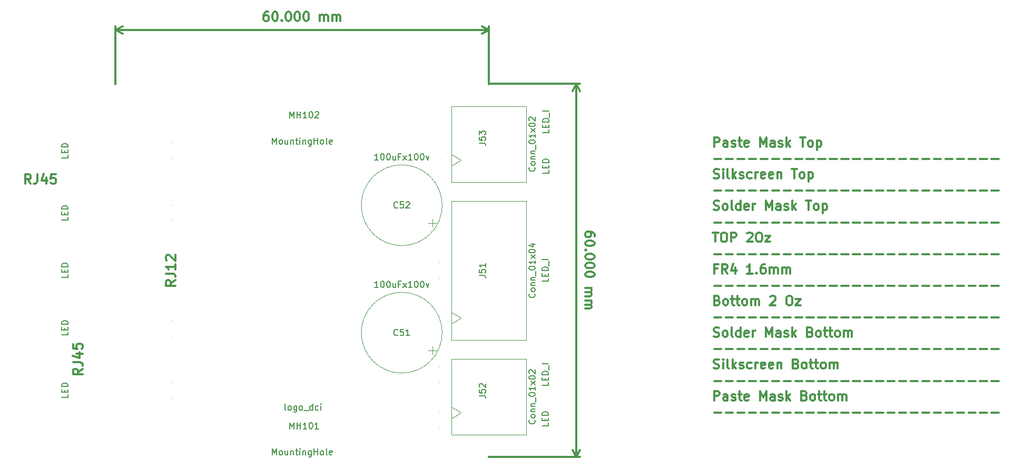
<source format=gbr>
G04 #@! TF.GenerationSoftware,KiCad,Pcbnew,5.0.0-fee4fd1~66~ubuntu16.04.1*
G04 #@! TF.CreationDate,2018-10-14T02:51:50-03:00*
G04 #@! TF.ProjectId,pap,7061702E6B696361645F706362000000,rev?*
G04 #@! TF.SameCoordinates,Original*
G04 #@! TF.FileFunction,Other,Fab,Top*
%FSLAX46Y46*%
G04 Gerber Fmt 4.6, Leading zero omitted, Abs format (unit mm)*
G04 Created by KiCad (PCBNEW 5.0.0-fee4fd1~66~ubuntu16.04.1) date Sun Oct 14 02:51:50 2018*
%MOMM*%
%LPD*%
G01*
G04 APERTURE LIST*
%ADD10C,0.300000*%
%ADD11C,0.100000*%
%ADD12C,0.150000*%
%ADD13C,0.304800*%
G04 APERTURE END LIST*
D10*
X188732452Y-92582650D02*
X188732452Y-91082650D01*
X189303881Y-91082650D01*
X189446738Y-91154079D01*
X189518167Y-91225507D01*
X189589595Y-91368364D01*
X189589595Y-91582650D01*
X189518167Y-91725507D01*
X189446738Y-91796936D01*
X189303881Y-91868364D01*
X188732452Y-91868364D01*
X190875310Y-92582650D02*
X190875310Y-91796936D01*
X190803881Y-91654079D01*
X190661024Y-91582650D01*
X190375310Y-91582650D01*
X190232452Y-91654079D01*
X190875310Y-92511221D02*
X190732452Y-92582650D01*
X190375310Y-92582650D01*
X190232452Y-92511221D01*
X190161024Y-92368364D01*
X190161024Y-92225507D01*
X190232452Y-92082650D01*
X190375310Y-92011221D01*
X190732452Y-92011221D01*
X190875310Y-91939793D01*
X191518167Y-92511221D02*
X191661024Y-92582650D01*
X191946738Y-92582650D01*
X192089595Y-92511221D01*
X192161024Y-92368364D01*
X192161024Y-92296936D01*
X192089595Y-92154079D01*
X191946738Y-92082650D01*
X191732452Y-92082650D01*
X191589595Y-92011221D01*
X191518167Y-91868364D01*
X191518167Y-91796936D01*
X191589595Y-91654079D01*
X191732452Y-91582650D01*
X191946738Y-91582650D01*
X192089595Y-91654079D01*
X192589595Y-91582650D02*
X193161024Y-91582650D01*
X192803881Y-91082650D02*
X192803881Y-92368364D01*
X192875310Y-92511221D01*
X193018167Y-92582650D01*
X193161024Y-92582650D01*
X194232452Y-92511221D02*
X194089595Y-92582650D01*
X193803881Y-92582650D01*
X193661024Y-92511221D01*
X193589595Y-92368364D01*
X193589595Y-91796936D01*
X193661024Y-91654079D01*
X193803881Y-91582650D01*
X194089595Y-91582650D01*
X194232452Y-91654079D01*
X194303881Y-91796936D01*
X194303881Y-91939793D01*
X193589595Y-92082650D01*
X196089595Y-92582650D02*
X196089595Y-91082650D01*
X196589595Y-92154079D01*
X197089595Y-91082650D01*
X197089595Y-92582650D01*
X198446738Y-92582650D02*
X198446738Y-91796936D01*
X198375310Y-91654079D01*
X198232452Y-91582650D01*
X197946738Y-91582650D01*
X197803881Y-91654079D01*
X198446738Y-92511221D02*
X198303881Y-92582650D01*
X197946738Y-92582650D01*
X197803881Y-92511221D01*
X197732452Y-92368364D01*
X197732452Y-92225507D01*
X197803881Y-92082650D01*
X197946738Y-92011221D01*
X198303881Y-92011221D01*
X198446738Y-91939793D01*
X199089595Y-92511221D02*
X199232452Y-92582650D01*
X199518167Y-92582650D01*
X199661024Y-92511221D01*
X199732452Y-92368364D01*
X199732452Y-92296936D01*
X199661024Y-92154079D01*
X199518167Y-92082650D01*
X199303881Y-92082650D01*
X199161024Y-92011221D01*
X199089595Y-91868364D01*
X199089595Y-91796936D01*
X199161024Y-91654079D01*
X199303881Y-91582650D01*
X199518167Y-91582650D01*
X199661024Y-91654079D01*
X200375310Y-92582650D02*
X200375310Y-91082650D01*
X200518167Y-92011221D02*
X200946738Y-92582650D01*
X200946738Y-91582650D02*
X200375310Y-92154079D01*
X202518167Y-91082650D02*
X203375310Y-91082650D01*
X202946738Y-92582650D02*
X202946738Y-91082650D01*
X204089595Y-92582650D02*
X203946738Y-92511221D01*
X203875310Y-92439793D01*
X203803881Y-92296936D01*
X203803881Y-91868364D01*
X203875310Y-91725507D01*
X203946738Y-91654079D01*
X204089595Y-91582650D01*
X204303881Y-91582650D01*
X204446738Y-91654079D01*
X204518167Y-91725507D01*
X204589595Y-91868364D01*
X204589595Y-92296936D01*
X204518167Y-92439793D01*
X204446738Y-92511221D01*
X204303881Y-92582650D01*
X204089595Y-92582650D01*
X205232452Y-91582650D02*
X205232452Y-93082650D01*
X205232452Y-91654079D02*
X205375310Y-91582650D01*
X205661024Y-91582650D01*
X205803881Y-91654079D01*
X205875310Y-91725507D01*
X205946738Y-91868364D01*
X205946738Y-92296936D01*
X205875310Y-92439793D01*
X205803881Y-92511221D01*
X205661024Y-92582650D01*
X205375310Y-92582650D01*
X205232452Y-92511221D01*
X188732452Y-94561221D02*
X189875310Y-94561221D01*
X190589595Y-94561221D02*
X191732452Y-94561221D01*
X192446738Y-94561221D02*
X193589595Y-94561221D01*
X194303881Y-94561221D02*
X195446738Y-94561221D01*
X196161024Y-94561221D02*
X197303881Y-94561221D01*
X198018167Y-94561221D02*
X199161024Y-94561221D01*
X199875310Y-94561221D02*
X201018167Y-94561221D01*
X201732452Y-94561221D02*
X202875310Y-94561221D01*
X203589595Y-94561221D02*
X204732452Y-94561221D01*
X205446738Y-94561221D02*
X206589595Y-94561221D01*
X207303881Y-94561221D02*
X208446738Y-94561221D01*
X209161024Y-94561221D02*
X210303881Y-94561221D01*
X211018167Y-94561221D02*
X212161024Y-94561221D01*
X212875310Y-94561221D02*
X214018167Y-94561221D01*
X214732452Y-94561221D02*
X215875310Y-94561221D01*
X216589595Y-94561221D02*
X217732452Y-94561221D01*
X218446738Y-94561221D02*
X219589595Y-94561221D01*
X220303881Y-94561221D02*
X221446738Y-94561221D01*
X222161024Y-94561221D02*
X223303881Y-94561221D01*
X224018167Y-94561221D02*
X225161024Y-94561221D01*
X225875310Y-94561221D02*
X227018167Y-94561221D01*
X227732452Y-94561221D02*
X228875310Y-94561221D01*
X229589595Y-94561221D02*
X230732452Y-94561221D01*
X231446738Y-94561221D02*
X232589595Y-94561221D01*
X233303881Y-94561221D02*
X234446738Y-94561221D01*
X188661024Y-97611221D02*
X188875310Y-97682650D01*
X189232452Y-97682650D01*
X189375310Y-97611221D01*
X189446738Y-97539793D01*
X189518167Y-97396936D01*
X189518167Y-97254079D01*
X189446738Y-97111221D01*
X189375310Y-97039793D01*
X189232452Y-96968364D01*
X188946738Y-96896936D01*
X188803881Y-96825507D01*
X188732452Y-96754079D01*
X188661024Y-96611221D01*
X188661024Y-96468364D01*
X188732452Y-96325507D01*
X188803881Y-96254079D01*
X188946738Y-96182650D01*
X189303881Y-96182650D01*
X189518167Y-96254079D01*
X190161024Y-97682650D02*
X190161024Y-96682650D01*
X190161024Y-96182650D02*
X190089595Y-96254079D01*
X190161024Y-96325507D01*
X190232452Y-96254079D01*
X190161024Y-96182650D01*
X190161024Y-96325507D01*
X191089595Y-97682650D02*
X190946738Y-97611221D01*
X190875310Y-97468364D01*
X190875310Y-96182650D01*
X191661024Y-97682650D02*
X191661024Y-96182650D01*
X191803881Y-97111221D02*
X192232452Y-97682650D01*
X192232452Y-96682650D02*
X191661024Y-97254079D01*
X192803881Y-97611221D02*
X192946738Y-97682650D01*
X193232452Y-97682650D01*
X193375310Y-97611221D01*
X193446738Y-97468364D01*
X193446738Y-97396936D01*
X193375310Y-97254079D01*
X193232452Y-97182650D01*
X193018167Y-97182650D01*
X192875310Y-97111221D01*
X192803881Y-96968364D01*
X192803881Y-96896936D01*
X192875310Y-96754079D01*
X193018167Y-96682650D01*
X193232452Y-96682650D01*
X193375310Y-96754079D01*
X194732452Y-97611221D02*
X194589595Y-97682650D01*
X194303881Y-97682650D01*
X194161024Y-97611221D01*
X194089595Y-97539793D01*
X194018167Y-97396936D01*
X194018167Y-96968364D01*
X194089595Y-96825507D01*
X194161024Y-96754079D01*
X194303881Y-96682650D01*
X194589595Y-96682650D01*
X194732452Y-96754079D01*
X195375310Y-97682650D02*
X195375310Y-96682650D01*
X195375310Y-96968364D02*
X195446738Y-96825507D01*
X195518167Y-96754079D01*
X195661024Y-96682650D01*
X195803881Y-96682650D01*
X196875310Y-97611221D02*
X196732452Y-97682650D01*
X196446738Y-97682650D01*
X196303881Y-97611221D01*
X196232452Y-97468364D01*
X196232452Y-96896936D01*
X196303881Y-96754079D01*
X196446738Y-96682650D01*
X196732452Y-96682650D01*
X196875310Y-96754079D01*
X196946738Y-96896936D01*
X196946738Y-97039793D01*
X196232452Y-97182650D01*
X198161024Y-97611221D02*
X198018167Y-97682650D01*
X197732452Y-97682650D01*
X197589595Y-97611221D01*
X197518167Y-97468364D01*
X197518167Y-96896936D01*
X197589595Y-96754079D01*
X197732452Y-96682650D01*
X198018167Y-96682650D01*
X198161024Y-96754079D01*
X198232452Y-96896936D01*
X198232452Y-97039793D01*
X197518167Y-97182650D01*
X198875310Y-96682650D02*
X198875310Y-97682650D01*
X198875310Y-96825507D02*
X198946738Y-96754079D01*
X199089595Y-96682650D01*
X199303881Y-96682650D01*
X199446738Y-96754079D01*
X199518167Y-96896936D01*
X199518167Y-97682650D01*
X201161024Y-96182650D02*
X202018167Y-96182650D01*
X201589595Y-97682650D02*
X201589595Y-96182650D01*
X202732452Y-97682650D02*
X202589595Y-97611221D01*
X202518167Y-97539793D01*
X202446738Y-97396936D01*
X202446738Y-96968364D01*
X202518167Y-96825507D01*
X202589595Y-96754079D01*
X202732452Y-96682650D01*
X202946738Y-96682650D01*
X203089595Y-96754079D01*
X203161024Y-96825507D01*
X203232452Y-96968364D01*
X203232452Y-97396936D01*
X203161024Y-97539793D01*
X203089595Y-97611221D01*
X202946738Y-97682650D01*
X202732452Y-97682650D01*
X203875310Y-96682650D02*
X203875310Y-98182650D01*
X203875310Y-96754079D02*
X204018167Y-96682650D01*
X204303881Y-96682650D01*
X204446738Y-96754079D01*
X204518167Y-96825507D01*
X204589595Y-96968364D01*
X204589595Y-97396936D01*
X204518167Y-97539793D01*
X204446738Y-97611221D01*
X204303881Y-97682650D01*
X204018167Y-97682650D01*
X203875310Y-97611221D01*
X188732452Y-99661221D02*
X189875310Y-99661221D01*
X190589595Y-99661221D02*
X191732452Y-99661221D01*
X192446738Y-99661221D02*
X193589595Y-99661221D01*
X194303881Y-99661221D02*
X195446738Y-99661221D01*
X196161024Y-99661221D02*
X197303881Y-99661221D01*
X198018167Y-99661221D02*
X199161024Y-99661221D01*
X199875310Y-99661221D02*
X201018167Y-99661221D01*
X201732452Y-99661221D02*
X202875310Y-99661221D01*
X203589595Y-99661221D02*
X204732452Y-99661221D01*
X205446738Y-99661221D02*
X206589595Y-99661221D01*
X207303881Y-99661221D02*
X208446738Y-99661221D01*
X209161024Y-99661221D02*
X210303881Y-99661221D01*
X211018167Y-99661221D02*
X212161024Y-99661221D01*
X212875310Y-99661221D02*
X214018167Y-99661221D01*
X214732452Y-99661221D02*
X215875310Y-99661221D01*
X216589595Y-99661221D02*
X217732452Y-99661221D01*
X218446738Y-99661221D02*
X219589595Y-99661221D01*
X220303881Y-99661221D02*
X221446738Y-99661221D01*
X222161024Y-99661221D02*
X223303881Y-99661221D01*
X224018167Y-99661221D02*
X225161024Y-99661221D01*
X225875310Y-99661221D02*
X227018167Y-99661221D01*
X227732452Y-99661221D02*
X228875310Y-99661221D01*
X229589595Y-99661221D02*
X230732452Y-99661221D01*
X231446738Y-99661221D02*
X232589595Y-99661221D01*
X233303881Y-99661221D02*
X234446738Y-99661221D01*
X188661024Y-102711221D02*
X188875310Y-102782650D01*
X189232452Y-102782650D01*
X189375310Y-102711221D01*
X189446738Y-102639793D01*
X189518167Y-102496936D01*
X189518167Y-102354079D01*
X189446738Y-102211221D01*
X189375310Y-102139793D01*
X189232452Y-102068364D01*
X188946738Y-101996936D01*
X188803881Y-101925507D01*
X188732452Y-101854079D01*
X188661024Y-101711221D01*
X188661024Y-101568364D01*
X188732452Y-101425507D01*
X188803881Y-101354079D01*
X188946738Y-101282650D01*
X189303881Y-101282650D01*
X189518167Y-101354079D01*
X190375310Y-102782650D02*
X190232452Y-102711221D01*
X190161024Y-102639793D01*
X190089595Y-102496936D01*
X190089595Y-102068364D01*
X190161024Y-101925507D01*
X190232452Y-101854079D01*
X190375310Y-101782650D01*
X190589595Y-101782650D01*
X190732452Y-101854079D01*
X190803881Y-101925507D01*
X190875310Y-102068364D01*
X190875310Y-102496936D01*
X190803881Y-102639793D01*
X190732452Y-102711221D01*
X190589595Y-102782650D01*
X190375310Y-102782650D01*
X191732452Y-102782650D02*
X191589595Y-102711221D01*
X191518167Y-102568364D01*
X191518167Y-101282650D01*
X192946738Y-102782650D02*
X192946738Y-101282650D01*
X192946738Y-102711221D02*
X192803881Y-102782650D01*
X192518167Y-102782650D01*
X192375310Y-102711221D01*
X192303881Y-102639793D01*
X192232452Y-102496936D01*
X192232452Y-102068364D01*
X192303881Y-101925507D01*
X192375310Y-101854079D01*
X192518167Y-101782650D01*
X192803881Y-101782650D01*
X192946738Y-101854079D01*
X194232452Y-102711221D02*
X194089595Y-102782650D01*
X193803881Y-102782650D01*
X193661024Y-102711221D01*
X193589595Y-102568364D01*
X193589595Y-101996936D01*
X193661024Y-101854079D01*
X193803881Y-101782650D01*
X194089595Y-101782650D01*
X194232452Y-101854079D01*
X194303881Y-101996936D01*
X194303881Y-102139793D01*
X193589595Y-102282650D01*
X194946738Y-102782650D02*
X194946738Y-101782650D01*
X194946738Y-102068364D02*
X195018167Y-101925507D01*
X195089595Y-101854079D01*
X195232452Y-101782650D01*
X195375310Y-101782650D01*
X197018167Y-102782650D02*
X197018167Y-101282650D01*
X197518167Y-102354079D01*
X198018167Y-101282650D01*
X198018167Y-102782650D01*
X199375310Y-102782650D02*
X199375310Y-101996936D01*
X199303881Y-101854079D01*
X199161024Y-101782650D01*
X198875310Y-101782650D01*
X198732452Y-101854079D01*
X199375310Y-102711221D02*
X199232452Y-102782650D01*
X198875310Y-102782650D01*
X198732452Y-102711221D01*
X198661024Y-102568364D01*
X198661024Y-102425507D01*
X198732452Y-102282650D01*
X198875310Y-102211221D01*
X199232452Y-102211221D01*
X199375310Y-102139793D01*
X200018167Y-102711221D02*
X200161024Y-102782650D01*
X200446738Y-102782650D01*
X200589595Y-102711221D01*
X200661024Y-102568364D01*
X200661024Y-102496936D01*
X200589595Y-102354079D01*
X200446738Y-102282650D01*
X200232452Y-102282650D01*
X200089595Y-102211221D01*
X200018167Y-102068364D01*
X200018167Y-101996936D01*
X200089595Y-101854079D01*
X200232452Y-101782650D01*
X200446738Y-101782650D01*
X200589595Y-101854079D01*
X201303881Y-102782650D02*
X201303881Y-101282650D01*
X201446738Y-102211221D02*
X201875310Y-102782650D01*
X201875310Y-101782650D02*
X201303881Y-102354079D01*
X203446738Y-101282650D02*
X204303881Y-101282650D01*
X203875310Y-102782650D02*
X203875310Y-101282650D01*
X205018167Y-102782650D02*
X204875310Y-102711221D01*
X204803881Y-102639793D01*
X204732452Y-102496936D01*
X204732452Y-102068364D01*
X204803881Y-101925507D01*
X204875310Y-101854079D01*
X205018167Y-101782650D01*
X205232452Y-101782650D01*
X205375310Y-101854079D01*
X205446738Y-101925507D01*
X205518167Y-102068364D01*
X205518167Y-102496936D01*
X205446738Y-102639793D01*
X205375310Y-102711221D01*
X205232452Y-102782650D01*
X205018167Y-102782650D01*
X206161024Y-101782650D02*
X206161024Y-103282650D01*
X206161024Y-101854079D02*
X206303881Y-101782650D01*
X206589595Y-101782650D01*
X206732452Y-101854079D01*
X206803881Y-101925507D01*
X206875310Y-102068364D01*
X206875310Y-102496936D01*
X206803881Y-102639793D01*
X206732452Y-102711221D01*
X206589595Y-102782650D01*
X206303881Y-102782650D01*
X206161024Y-102711221D01*
X188732452Y-104761221D02*
X189875310Y-104761221D01*
X190589595Y-104761221D02*
X191732452Y-104761221D01*
X192446738Y-104761221D02*
X193589595Y-104761221D01*
X194303881Y-104761221D02*
X195446738Y-104761221D01*
X196161024Y-104761221D02*
X197303881Y-104761221D01*
X198018167Y-104761221D02*
X199161024Y-104761221D01*
X199875310Y-104761221D02*
X201018167Y-104761221D01*
X201732452Y-104761221D02*
X202875310Y-104761221D01*
X203589595Y-104761221D02*
X204732452Y-104761221D01*
X205446738Y-104761221D02*
X206589595Y-104761221D01*
X207303881Y-104761221D02*
X208446738Y-104761221D01*
X209161024Y-104761221D02*
X210303881Y-104761221D01*
X211018167Y-104761221D02*
X212161024Y-104761221D01*
X212875310Y-104761221D02*
X214018167Y-104761221D01*
X214732452Y-104761221D02*
X215875310Y-104761221D01*
X216589595Y-104761221D02*
X217732452Y-104761221D01*
X218446738Y-104761221D02*
X219589595Y-104761221D01*
X220303881Y-104761221D02*
X221446738Y-104761221D01*
X222161024Y-104761221D02*
X223303881Y-104761221D01*
X224018167Y-104761221D02*
X225161024Y-104761221D01*
X225875310Y-104761221D02*
X227018167Y-104761221D01*
X227732452Y-104761221D02*
X228875310Y-104761221D01*
X229589595Y-104761221D02*
X230732452Y-104761221D01*
X231446738Y-104761221D02*
X232589595Y-104761221D01*
X233303881Y-104761221D02*
X234446738Y-104761221D01*
X188518167Y-106382650D02*
X189375310Y-106382650D01*
X188946738Y-107882650D02*
X188946738Y-106382650D01*
X190161024Y-106382650D02*
X190446738Y-106382650D01*
X190589595Y-106454079D01*
X190732452Y-106596936D01*
X190803881Y-106882650D01*
X190803881Y-107382650D01*
X190732452Y-107668364D01*
X190589595Y-107811221D01*
X190446738Y-107882650D01*
X190161024Y-107882650D01*
X190018167Y-107811221D01*
X189875310Y-107668364D01*
X189803881Y-107382650D01*
X189803881Y-106882650D01*
X189875310Y-106596936D01*
X190018167Y-106454079D01*
X190161024Y-106382650D01*
X191446738Y-107882650D02*
X191446738Y-106382650D01*
X192018167Y-106382650D01*
X192161024Y-106454079D01*
X192232452Y-106525507D01*
X192303881Y-106668364D01*
X192303881Y-106882650D01*
X192232452Y-107025507D01*
X192161024Y-107096936D01*
X192018167Y-107168364D01*
X191446738Y-107168364D01*
X194018167Y-106525507D02*
X194089595Y-106454079D01*
X194232452Y-106382650D01*
X194589595Y-106382650D01*
X194732452Y-106454079D01*
X194803881Y-106525507D01*
X194875310Y-106668364D01*
X194875310Y-106811221D01*
X194803881Y-107025507D01*
X193946738Y-107882650D01*
X194875310Y-107882650D01*
X195803881Y-106382650D02*
X196089595Y-106382650D01*
X196232452Y-106454079D01*
X196375310Y-106596936D01*
X196446738Y-106882650D01*
X196446738Y-107382650D01*
X196375310Y-107668364D01*
X196232452Y-107811221D01*
X196089595Y-107882650D01*
X195803881Y-107882650D01*
X195661024Y-107811221D01*
X195518167Y-107668364D01*
X195446738Y-107382650D01*
X195446738Y-106882650D01*
X195518167Y-106596936D01*
X195661024Y-106454079D01*
X195803881Y-106382650D01*
X196946738Y-106882650D02*
X197732452Y-106882650D01*
X196946738Y-107882650D01*
X197732452Y-107882650D01*
X188732452Y-109861221D02*
X189875310Y-109861221D01*
X190589595Y-109861221D02*
X191732452Y-109861221D01*
X192446738Y-109861221D02*
X193589595Y-109861221D01*
X194303881Y-109861221D02*
X195446738Y-109861221D01*
X196161024Y-109861221D02*
X197303881Y-109861221D01*
X198018167Y-109861221D02*
X199161024Y-109861221D01*
X199875310Y-109861221D02*
X201018167Y-109861221D01*
X201732452Y-109861221D02*
X202875310Y-109861221D01*
X203589595Y-109861221D02*
X204732452Y-109861221D01*
X205446738Y-109861221D02*
X206589595Y-109861221D01*
X207303881Y-109861221D02*
X208446738Y-109861221D01*
X209161024Y-109861221D02*
X210303881Y-109861221D01*
X211018167Y-109861221D02*
X212161024Y-109861221D01*
X212875310Y-109861221D02*
X214018167Y-109861221D01*
X214732452Y-109861221D02*
X215875310Y-109861221D01*
X216589595Y-109861221D02*
X217732452Y-109861221D01*
X218446738Y-109861221D02*
X219589595Y-109861221D01*
X220303881Y-109861221D02*
X221446738Y-109861221D01*
X222161024Y-109861221D02*
X223303881Y-109861221D01*
X224018167Y-109861221D02*
X225161024Y-109861221D01*
X225875310Y-109861221D02*
X227018167Y-109861221D01*
X227732452Y-109861221D02*
X228875310Y-109861221D01*
X229589595Y-109861221D02*
X230732452Y-109861221D01*
X231446738Y-109861221D02*
X232589595Y-109861221D01*
X233303881Y-109861221D02*
X234446738Y-109861221D01*
X189232452Y-112196936D02*
X188732452Y-112196936D01*
X188732452Y-112982650D02*
X188732452Y-111482650D01*
X189446738Y-111482650D01*
X190875310Y-112982650D02*
X190375310Y-112268364D01*
X190018167Y-112982650D02*
X190018167Y-111482650D01*
X190589595Y-111482650D01*
X190732452Y-111554079D01*
X190803881Y-111625507D01*
X190875310Y-111768364D01*
X190875310Y-111982650D01*
X190803881Y-112125507D01*
X190732452Y-112196936D01*
X190589595Y-112268364D01*
X190018167Y-112268364D01*
X192161024Y-111982650D02*
X192161024Y-112982650D01*
X191803881Y-111411221D02*
X191446738Y-112482650D01*
X192375310Y-112482650D01*
X194875310Y-112982650D02*
X194018167Y-112982650D01*
X194446738Y-112982650D02*
X194446738Y-111482650D01*
X194303881Y-111696936D01*
X194161024Y-111839793D01*
X194018167Y-111911221D01*
X195518167Y-112839793D02*
X195589595Y-112911221D01*
X195518167Y-112982650D01*
X195446738Y-112911221D01*
X195518167Y-112839793D01*
X195518167Y-112982650D01*
X196875310Y-111482650D02*
X196589595Y-111482650D01*
X196446738Y-111554079D01*
X196375310Y-111625507D01*
X196232452Y-111839793D01*
X196161024Y-112125507D01*
X196161024Y-112696936D01*
X196232452Y-112839793D01*
X196303881Y-112911221D01*
X196446738Y-112982650D01*
X196732452Y-112982650D01*
X196875310Y-112911221D01*
X196946738Y-112839793D01*
X197018167Y-112696936D01*
X197018167Y-112339793D01*
X196946738Y-112196936D01*
X196875310Y-112125507D01*
X196732452Y-112054079D01*
X196446738Y-112054079D01*
X196303881Y-112125507D01*
X196232452Y-112196936D01*
X196161024Y-112339793D01*
X197661024Y-112982650D02*
X197661024Y-111982650D01*
X197661024Y-112125507D02*
X197732452Y-112054079D01*
X197875310Y-111982650D01*
X198089595Y-111982650D01*
X198232452Y-112054079D01*
X198303881Y-112196936D01*
X198303881Y-112982650D01*
X198303881Y-112196936D02*
X198375310Y-112054079D01*
X198518167Y-111982650D01*
X198732452Y-111982650D01*
X198875310Y-112054079D01*
X198946738Y-112196936D01*
X198946738Y-112982650D01*
X199661024Y-112982650D02*
X199661024Y-111982650D01*
X199661024Y-112125507D02*
X199732452Y-112054079D01*
X199875310Y-111982650D01*
X200089595Y-111982650D01*
X200232452Y-112054079D01*
X200303881Y-112196936D01*
X200303881Y-112982650D01*
X200303881Y-112196936D02*
X200375310Y-112054079D01*
X200518167Y-111982650D01*
X200732452Y-111982650D01*
X200875310Y-112054079D01*
X200946738Y-112196936D01*
X200946738Y-112982650D01*
X188732452Y-114961221D02*
X189875310Y-114961221D01*
X190589595Y-114961221D02*
X191732452Y-114961221D01*
X192446738Y-114961221D02*
X193589595Y-114961221D01*
X194303881Y-114961221D02*
X195446738Y-114961221D01*
X196161024Y-114961221D02*
X197303881Y-114961221D01*
X198018167Y-114961221D02*
X199161024Y-114961221D01*
X199875310Y-114961221D02*
X201018167Y-114961221D01*
X201732452Y-114961221D02*
X202875310Y-114961221D01*
X203589595Y-114961221D02*
X204732452Y-114961221D01*
X205446738Y-114961221D02*
X206589595Y-114961221D01*
X207303881Y-114961221D02*
X208446738Y-114961221D01*
X209161024Y-114961221D02*
X210303881Y-114961221D01*
X211018167Y-114961221D02*
X212161024Y-114961221D01*
X212875310Y-114961221D02*
X214018167Y-114961221D01*
X214732452Y-114961221D02*
X215875310Y-114961221D01*
X216589595Y-114961221D02*
X217732452Y-114961221D01*
X218446738Y-114961221D02*
X219589595Y-114961221D01*
X220303881Y-114961221D02*
X221446738Y-114961221D01*
X222161024Y-114961221D02*
X223303881Y-114961221D01*
X224018167Y-114961221D02*
X225161024Y-114961221D01*
X225875310Y-114961221D02*
X227018167Y-114961221D01*
X227732452Y-114961221D02*
X228875310Y-114961221D01*
X229589595Y-114961221D02*
X230732452Y-114961221D01*
X231446738Y-114961221D02*
X232589595Y-114961221D01*
X233303881Y-114961221D02*
X234446738Y-114961221D01*
X189232452Y-117296936D02*
X189446738Y-117368364D01*
X189518167Y-117439793D01*
X189589595Y-117582650D01*
X189589595Y-117796936D01*
X189518167Y-117939793D01*
X189446738Y-118011221D01*
X189303881Y-118082650D01*
X188732452Y-118082650D01*
X188732452Y-116582650D01*
X189232452Y-116582650D01*
X189375310Y-116654079D01*
X189446738Y-116725507D01*
X189518167Y-116868364D01*
X189518167Y-117011221D01*
X189446738Y-117154079D01*
X189375310Y-117225507D01*
X189232452Y-117296936D01*
X188732452Y-117296936D01*
X190446738Y-118082650D02*
X190303881Y-118011221D01*
X190232452Y-117939793D01*
X190161024Y-117796936D01*
X190161024Y-117368364D01*
X190232452Y-117225507D01*
X190303881Y-117154079D01*
X190446738Y-117082650D01*
X190661024Y-117082650D01*
X190803881Y-117154079D01*
X190875310Y-117225507D01*
X190946738Y-117368364D01*
X190946738Y-117796936D01*
X190875310Y-117939793D01*
X190803881Y-118011221D01*
X190661024Y-118082650D01*
X190446738Y-118082650D01*
X191375310Y-117082650D02*
X191946738Y-117082650D01*
X191589595Y-116582650D02*
X191589595Y-117868364D01*
X191661024Y-118011221D01*
X191803881Y-118082650D01*
X191946738Y-118082650D01*
X192232452Y-117082650D02*
X192803881Y-117082650D01*
X192446738Y-116582650D02*
X192446738Y-117868364D01*
X192518167Y-118011221D01*
X192661024Y-118082650D01*
X192803881Y-118082650D01*
X193518167Y-118082650D02*
X193375310Y-118011221D01*
X193303881Y-117939793D01*
X193232452Y-117796936D01*
X193232452Y-117368364D01*
X193303881Y-117225507D01*
X193375310Y-117154079D01*
X193518167Y-117082650D01*
X193732452Y-117082650D01*
X193875310Y-117154079D01*
X193946738Y-117225507D01*
X194018167Y-117368364D01*
X194018167Y-117796936D01*
X193946738Y-117939793D01*
X193875310Y-118011221D01*
X193732452Y-118082650D01*
X193518167Y-118082650D01*
X194661024Y-118082650D02*
X194661024Y-117082650D01*
X194661024Y-117225507D02*
X194732452Y-117154079D01*
X194875310Y-117082650D01*
X195089595Y-117082650D01*
X195232452Y-117154079D01*
X195303881Y-117296936D01*
X195303881Y-118082650D01*
X195303881Y-117296936D02*
X195375310Y-117154079D01*
X195518167Y-117082650D01*
X195732452Y-117082650D01*
X195875310Y-117154079D01*
X195946738Y-117296936D01*
X195946738Y-118082650D01*
X197732452Y-116725507D02*
X197803881Y-116654079D01*
X197946738Y-116582650D01*
X198303881Y-116582650D01*
X198446738Y-116654079D01*
X198518167Y-116725507D01*
X198589595Y-116868364D01*
X198589595Y-117011221D01*
X198518167Y-117225507D01*
X197661024Y-118082650D01*
X198589595Y-118082650D01*
X200661024Y-116582650D02*
X200946738Y-116582650D01*
X201089595Y-116654079D01*
X201232452Y-116796936D01*
X201303881Y-117082650D01*
X201303881Y-117582650D01*
X201232452Y-117868364D01*
X201089595Y-118011221D01*
X200946738Y-118082650D01*
X200661024Y-118082650D01*
X200518167Y-118011221D01*
X200375310Y-117868364D01*
X200303881Y-117582650D01*
X200303881Y-117082650D01*
X200375310Y-116796936D01*
X200518167Y-116654079D01*
X200661024Y-116582650D01*
X201803881Y-117082650D02*
X202589595Y-117082650D01*
X201803881Y-118082650D01*
X202589595Y-118082650D01*
X188732452Y-120061221D02*
X189875310Y-120061221D01*
X190589595Y-120061221D02*
X191732452Y-120061221D01*
X192446738Y-120061221D02*
X193589595Y-120061221D01*
X194303881Y-120061221D02*
X195446738Y-120061221D01*
X196161024Y-120061221D02*
X197303881Y-120061221D01*
X198018167Y-120061221D02*
X199161024Y-120061221D01*
X199875310Y-120061221D02*
X201018167Y-120061221D01*
X201732452Y-120061221D02*
X202875310Y-120061221D01*
X203589595Y-120061221D02*
X204732452Y-120061221D01*
X205446738Y-120061221D02*
X206589595Y-120061221D01*
X207303881Y-120061221D02*
X208446738Y-120061221D01*
X209161024Y-120061221D02*
X210303881Y-120061221D01*
X211018167Y-120061221D02*
X212161024Y-120061221D01*
X212875310Y-120061221D02*
X214018167Y-120061221D01*
X214732452Y-120061221D02*
X215875310Y-120061221D01*
X216589595Y-120061221D02*
X217732452Y-120061221D01*
X218446738Y-120061221D02*
X219589595Y-120061221D01*
X220303881Y-120061221D02*
X221446738Y-120061221D01*
X222161024Y-120061221D02*
X223303881Y-120061221D01*
X224018167Y-120061221D02*
X225161024Y-120061221D01*
X225875310Y-120061221D02*
X227018167Y-120061221D01*
X227732452Y-120061221D02*
X228875310Y-120061221D01*
X229589595Y-120061221D02*
X230732452Y-120061221D01*
X231446738Y-120061221D02*
X232589595Y-120061221D01*
X233303881Y-120061221D02*
X234446738Y-120061221D01*
X188661024Y-123111221D02*
X188875310Y-123182650D01*
X189232452Y-123182650D01*
X189375310Y-123111221D01*
X189446738Y-123039793D01*
X189518167Y-122896936D01*
X189518167Y-122754079D01*
X189446738Y-122611221D01*
X189375310Y-122539793D01*
X189232452Y-122468364D01*
X188946738Y-122396936D01*
X188803881Y-122325507D01*
X188732452Y-122254079D01*
X188661024Y-122111221D01*
X188661024Y-121968364D01*
X188732452Y-121825507D01*
X188803881Y-121754079D01*
X188946738Y-121682650D01*
X189303881Y-121682650D01*
X189518167Y-121754079D01*
X190375310Y-123182650D02*
X190232452Y-123111221D01*
X190161024Y-123039793D01*
X190089595Y-122896936D01*
X190089595Y-122468364D01*
X190161024Y-122325507D01*
X190232452Y-122254079D01*
X190375310Y-122182650D01*
X190589595Y-122182650D01*
X190732452Y-122254079D01*
X190803881Y-122325507D01*
X190875310Y-122468364D01*
X190875310Y-122896936D01*
X190803881Y-123039793D01*
X190732452Y-123111221D01*
X190589595Y-123182650D01*
X190375310Y-123182650D01*
X191732452Y-123182650D02*
X191589595Y-123111221D01*
X191518167Y-122968364D01*
X191518167Y-121682650D01*
X192946738Y-123182650D02*
X192946738Y-121682650D01*
X192946738Y-123111221D02*
X192803881Y-123182650D01*
X192518167Y-123182650D01*
X192375310Y-123111221D01*
X192303881Y-123039793D01*
X192232452Y-122896936D01*
X192232452Y-122468364D01*
X192303881Y-122325507D01*
X192375310Y-122254079D01*
X192518167Y-122182650D01*
X192803881Y-122182650D01*
X192946738Y-122254079D01*
X194232452Y-123111221D02*
X194089595Y-123182650D01*
X193803881Y-123182650D01*
X193661024Y-123111221D01*
X193589595Y-122968364D01*
X193589595Y-122396936D01*
X193661024Y-122254079D01*
X193803881Y-122182650D01*
X194089595Y-122182650D01*
X194232452Y-122254079D01*
X194303881Y-122396936D01*
X194303881Y-122539793D01*
X193589595Y-122682650D01*
X194946738Y-123182650D02*
X194946738Y-122182650D01*
X194946738Y-122468364D02*
X195018167Y-122325507D01*
X195089595Y-122254079D01*
X195232452Y-122182650D01*
X195375310Y-122182650D01*
X197018167Y-123182650D02*
X197018167Y-121682650D01*
X197518167Y-122754079D01*
X198018167Y-121682650D01*
X198018167Y-123182650D01*
X199375310Y-123182650D02*
X199375310Y-122396936D01*
X199303881Y-122254079D01*
X199161024Y-122182650D01*
X198875310Y-122182650D01*
X198732452Y-122254079D01*
X199375310Y-123111221D02*
X199232452Y-123182650D01*
X198875310Y-123182650D01*
X198732452Y-123111221D01*
X198661024Y-122968364D01*
X198661024Y-122825507D01*
X198732452Y-122682650D01*
X198875310Y-122611221D01*
X199232452Y-122611221D01*
X199375310Y-122539793D01*
X200018167Y-123111221D02*
X200161024Y-123182650D01*
X200446738Y-123182650D01*
X200589595Y-123111221D01*
X200661024Y-122968364D01*
X200661024Y-122896936D01*
X200589595Y-122754079D01*
X200446738Y-122682650D01*
X200232452Y-122682650D01*
X200089595Y-122611221D01*
X200018167Y-122468364D01*
X200018167Y-122396936D01*
X200089595Y-122254079D01*
X200232452Y-122182650D01*
X200446738Y-122182650D01*
X200589595Y-122254079D01*
X201303881Y-123182650D02*
X201303881Y-121682650D01*
X201446738Y-122611221D02*
X201875310Y-123182650D01*
X201875310Y-122182650D02*
X201303881Y-122754079D01*
X204161024Y-122396936D02*
X204375310Y-122468364D01*
X204446738Y-122539793D01*
X204518167Y-122682650D01*
X204518167Y-122896936D01*
X204446738Y-123039793D01*
X204375310Y-123111221D01*
X204232452Y-123182650D01*
X203661024Y-123182650D01*
X203661024Y-121682650D01*
X204161024Y-121682650D01*
X204303881Y-121754079D01*
X204375310Y-121825507D01*
X204446738Y-121968364D01*
X204446738Y-122111221D01*
X204375310Y-122254079D01*
X204303881Y-122325507D01*
X204161024Y-122396936D01*
X203661024Y-122396936D01*
X205375310Y-123182650D02*
X205232452Y-123111221D01*
X205161024Y-123039793D01*
X205089595Y-122896936D01*
X205089595Y-122468364D01*
X205161024Y-122325507D01*
X205232452Y-122254079D01*
X205375310Y-122182650D01*
X205589595Y-122182650D01*
X205732452Y-122254079D01*
X205803881Y-122325507D01*
X205875310Y-122468364D01*
X205875310Y-122896936D01*
X205803881Y-123039793D01*
X205732452Y-123111221D01*
X205589595Y-123182650D01*
X205375310Y-123182650D01*
X206303881Y-122182650D02*
X206875310Y-122182650D01*
X206518167Y-121682650D02*
X206518167Y-122968364D01*
X206589595Y-123111221D01*
X206732452Y-123182650D01*
X206875310Y-123182650D01*
X207161024Y-122182650D02*
X207732452Y-122182650D01*
X207375310Y-121682650D02*
X207375310Y-122968364D01*
X207446738Y-123111221D01*
X207589595Y-123182650D01*
X207732452Y-123182650D01*
X208446738Y-123182650D02*
X208303881Y-123111221D01*
X208232452Y-123039793D01*
X208161024Y-122896936D01*
X208161024Y-122468364D01*
X208232452Y-122325507D01*
X208303881Y-122254079D01*
X208446738Y-122182650D01*
X208661024Y-122182650D01*
X208803881Y-122254079D01*
X208875310Y-122325507D01*
X208946738Y-122468364D01*
X208946738Y-122896936D01*
X208875310Y-123039793D01*
X208803881Y-123111221D01*
X208661024Y-123182650D01*
X208446738Y-123182650D01*
X209589595Y-123182650D02*
X209589595Y-122182650D01*
X209589595Y-122325507D02*
X209661024Y-122254079D01*
X209803881Y-122182650D01*
X210018167Y-122182650D01*
X210161024Y-122254079D01*
X210232452Y-122396936D01*
X210232452Y-123182650D01*
X210232452Y-122396936D02*
X210303881Y-122254079D01*
X210446738Y-122182650D01*
X210661024Y-122182650D01*
X210803881Y-122254079D01*
X210875310Y-122396936D01*
X210875310Y-123182650D01*
X188732452Y-125161221D02*
X189875310Y-125161221D01*
X190589595Y-125161221D02*
X191732452Y-125161221D01*
X192446738Y-125161221D02*
X193589595Y-125161221D01*
X194303881Y-125161221D02*
X195446738Y-125161221D01*
X196161024Y-125161221D02*
X197303881Y-125161221D01*
X198018167Y-125161221D02*
X199161024Y-125161221D01*
X199875310Y-125161221D02*
X201018167Y-125161221D01*
X201732452Y-125161221D02*
X202875310Y-125161221D01*
X203589595Y-125161221D02*
X204732452Y-125161221D01*
X205446738Y-125161221D02*
X206589595Y-125161221D01*
X207303881Y-125161221D02*
X208446738Y-125161221D01*
X209161024Y-125161221D02*
X210303881Y-125161221D01*
X211018167Y-125161221D02*
X212161024Y-125161221D01*
X212875310Y-125161221D02*
X214018167Y-125161221D01*
X214732452Y-125161221D02*
X215875310Y-125161221D01*
X216589595Y-125161221D02*
X217732452Y-125161221D01*
X218446738Y-125161221D02*
X219589595Y-125161221D01*
X220303881Y-125161221D02*
X221446738Y-125161221D01*
X222161024Y-125161221D02*
X223303881Y-125161221D01*
X224018167Y-125161221D02*
X225161024Y-125161221D01*
X225875310Y-125161221D02*
X227018167Y-125161221D01*
X227732452Y-125161221D02*
X228875310Y-125161221D01*
X229589595Y-125161221D02*
X230732452Y-125161221D01*
X231446738Y-125161221D02*
X232589595Y-125161221D01*
X233303881Y-125161221D02*
X234446738Y-125161221D01*
X188661024Y-128211221D02*
X188875310Y-128282650D01*
X189232452Y-128282650D01*
X189375310Y-128211221D01*
X189446738Y-128139793D01*
X189518167Y-127996936D01*
X189518167Y-127854079D01*
X189446738Y-127711221D01*
X189375310Y-127639793D01*
X189232452Y-127568364D01*
X188946738Y-127496936D01*
X188803881Y-127425507D01*
X188732452Y-127354079D01*
X188661024Y-127211221D01*
X188661024Y-127068364D01*
X188732452Y-126925507D01*
X188803881Y-126854079D01*
X188946738Y-126782650D01*
X189303881Y-126782650D01*
X189518167Y-126854079D01*
X190161024Y-128282650D02*
X190161024Y-127282650D01*
X190161024Y-126782650D02*
X190089595Y-126854079D01*
X190161024Y-126925507D01*
X190232452Y-126854079D01*
X190161024Y-126782650D01*
X190161024Y-126925507D01*
X191089595Y-128282650D02*
X190946738Y-128211221D01*
X190875310Y-128068364D01*
X190875310Y-126782650D01*
X191661024Y-128282650D02*
X191661024Y-126782650D01*
X191803881Y-127711221D02*
X192232452Y-128282650D01*
X192232452Y-127282650D02*
X191661024Y-127854079D01*
X192803881Y-128211221D02*
X192946738Y-128282650D01*
X193232452Y-128282650D01*
X193375310Y-128211221D01*
X193446738Y-128068364D01*
X193446738Y-127996936D01*
X193375310Y-127854079D01*
X193232452Y-127782650D01*
X193018167Y-127782650D01*
X192875310Y-127711221D01*
X192803881Y-127568364D01*
X192803881Y-127496936D01*
X192875310Y-127354079D01*
X193018167Y-127282650D01*
X193232452Y-127282650D01*
X193375310Y-127354079D01*
X194732452Y-128211221D02*
X194589595Y-128282650D01*
X194303881Y-128282650D01*
X194161024Y-128211221D01*
X194089595Y-128139793D01*
X194018167Y-127996936D01*
X194018167Y-127568364D01*
X194089595Y-127425507D01*
X194161024Y-127354079D01*
X194303881Y-127282650D01*
X194589595Y-127282650D01*
X194732452Y-127354079D01*
X195375310Y-128282650D02*
X195375310Y-127282650D01*
X195375310Y-127568364D02*
X195446738Y-127425507D01*
X195518167Y-127354079D01*
X195661024Y-127282650D01*
X195803881Y-127282650D01*
X196875310Y-128211221D02*
X196732452Y-128282650D01*
X196446738Y-128282650D01*
X196303881Y-128211221D01*
X196232452Y-128068364D01*
X196232452Y-127496936D01*
X196303881Y-127354079D01*
X196446738Y-127282650D01*
X196732452Y-127282650D01*
X196875310Y-127354079D01*
X196946738Y-127496936D01*
X196946738Y-127639793D01*
X196232452Y-127782650D01*
X198161024Y-128211221D02*
X198018167Y-128282650D01*
X197732452Y-128282650D01*
X197589595Y-128211221D01*
X197518167Y-128068364D01*
X197518167Y-127496936D01*
X197589595Y-127354079D01*
X197732452Y-127282650D01*
X198018167Y-127282650D01*
X198161024Y-127354079D01*
X198232452Y-127496936D01*
X198232452Y-127639793D01*
X197518167Y-127782650D01*
X198875310Y-127282650D02*
X198875310Y-128282650D01*
X198875310Y-127425507D02*
X198946738Y-127354079D01*
X199089595Y-127282650D01*
X199303881Y-127282650D01*
X199446738Y-127354079D01*
X199518167Y-127496936D01*
X199518167Y-128282650D01*
X201875310Y-127496936D02*
X202089595Y-127568364D01*
X202161024Y-127639793D01*
X202232452Y-127782650D01*
X202232452Y-127996936D01*
X202161024Y-128139793D01*
X202089595Y-128211221D01*
X201946738Y-128282650D01*
X201375310Y-128282650D01*
X201375310Y-126782650D01*
X201875310Y-126782650D01*
X202018167Y-126854079D01*
X202089595Y-126925507D01*
X202161024Y-127068364D01*
X202161024Y-127211221D01*
X202089595Y-127354079D01*
X202018167Y-127425507D01*
X201875310Y-127496936D01*
X201375310Y-127496936D01*
X203089595Y-128282650D02*
X202946738Y-128211221D01*
X202875310Y-128139793D01*
X202803881Y-127996936D01*
X202803881Y-127568364D01*
X202875310Y-127425507D01*
X202946738Y-127354079D01*
X203089595Y-127282650D01*
X203303881Y-127282650D01*
X203446738Y-127354079D01*
X203518167Y-127425507D01*
X203589595Y-127568364D01*
X203589595Y-127996936D01*
X203518167Y-128139793D01*
X203446738Y-128211221D01*
X203303881Y-128282650D01*
X203089595Y-128282650D01*
X204018167Y-127282650D02*
X204589595Y-127282650D01*
X204232452Y-126782650D02*
X204232452Y-128068364D01*
X204303881Y-128211221D01*
X204446738Y-128282650D01*
X204589595Y-128282650D01*
X204875310Y-127282650D02*
X205446738Y-127282650D01*
X205089595Y-126782650D02*
X205089595Y-128068364D01*
X205161024Y-128211221D01*
X205303881Y-128282650D01*
X205446738Y-128282650D01*
X206161024Y-128282650D02*
X206018167Y-128211221D01*
X205946738Y-128139793D01*
X205875310Y-127996936D01*
X205875310Y-127568364D01*
X205946738Y-127425507D01*
X206018167Y-127354079D01*
X206161024Y-127282650D01*
X206375310Y-127282650D01*
X206518167Y-127354079D01*
X206589595Y-127425507D01*
X206661024Y-127568364D01*
X206661024Y-127996936D01*
X206589595Y-128139793D01*
X206518167Y-128211221D01*
X206375310Y-128282650D01*
X206161024Y-128282650D01*
X207303881Y-128282650D02*
X207303881Y-127282650D01*
X207303881Y-127425507D02*
X207375310Y-127354079D01*
X207518167Y-127282650D01*
X207732452Y-127282650D01*
X207875310Y-127354079D01*
X207946738Y-127496936D01*
X207946738Y-128282650D01*
X207946738Y-127496936D02*
X208018167Y-127354079D01*
X208161024Y-127282650D01*
X208375310Y-127282650D01*
X208518167Y-127354079D01*
X208589595Y-127496936D01*
X208589595Y-128282650D01*
X188732452Y-130261221D02*
X189875310Y-130261221D01*
X190589595Y-130261221D02*
X191732452Y-130261221D01*
X192446738Y-130261221D02*
X193589595Y-130261221D01*
X194303881Y-130261221D02*
X195446738Y-130261221D01*
X196161024Y-130261221D02*
X197303881Y-130261221D01*
X198018167Y-130261221D02*
X199161024Y-130261221D01*
X199875310Y-130261221D02*
X201018167Y-130261221D01*
X201732452Y-130261221D02*
X202875310Y-130261221D01*
X203589595Y-130261221D02*
X204732452Y-130261221D01*
X205446738Y-130261221D02*
X206589595Y-130261221D01*
X207303881Y-130261221D02*
X208446738Y-130261221D01*
X209161024Y-130261221D02*
X210303881Y-130261221D01*
X211018167Y-130261221D02*
X212161024Y-130261221D01*
X212875310Y-130261221D02*
X214018167Y-130261221D01*
X214732452Y-130261221D02*
X215875310Y-130261221D01*
X216589595Y-130261221D02*
X217732452Y-130261221D01*
X218446738Y-130261221D02*
X219589595Y-130261221D01*
X220303881Y-130261221D02*
X221446738Y-130261221D01*
X222161024Y-130261221D02*
X223303881Y-130261221D01*
X224018167Y-130261221D02*
X225161024Y-130261221D01*
X225875310Y-130261221D02*
X227018167Y-130261221D01*
X227732452Y-130261221D02*
X228875310Y-130261221D01*
X229589595Y-130261221D02*
X230732452Y-130261221D01*
X231446738Y-130261221D02*
X232589595Y-130261221D01*
X233303881Y-130261221D02*
X234446738Y-130261221D01*
X188732452Y-133382650D02*
X188732452Y-131882650D01*
X189303881Y-131882650D01*
X189446738Y-131954079D01*
X189518167Y-132025507D01*
X189589595Y-132168364D01*
X189589595Y-132382650D01*
X189518167Y-132525507D01*
X189446738Y-132596936D01*
X189303881Y-132668364D01*
X188732452Y-132668364D01*
X190875310Y-133382650D02*
X190875310Y-132596936D01*
X190803881Y-132454079D01*
X190661024Y-132382650D01*
X190375310Y-132382650D01*
X190232452Y-132454079D01*
X190875310Y-133311221D02*
X190732452Y-133382650D01*
X190375310Y-133382650D01*
X190232452Y-133311221D01*
X190161024Y-133168364D01*
X190161024Y-133025507D01*
X190232452Y-132882650D01*
X190375310Y-132811221D01*
X190732452Y-132811221D01*
X190875310Y-132739793D01*
X191518167Y-133311221D02*
X191661024Y-133382650D01*
X191946738Y-133382650D01*
X192089595Y-133311221D01*
X192161024Y-133168364D01*
X192161024Y-133096936D01*
X192089595Y-132954079D01*
X191946738Y-132882650D01*
X191732452Y-132882650D01*
X191589595Y-132811221D01*
X191518167Y-132668364D01*
X191518167Y-132596936D01*
X191589595Y-132454079D01*
X191732452Y-132382650D01*
X191946738Y-132382650D01*
X192089595Y-132454079D01*
X192589595Y-132382650D02*
X193161024Y-132382650D01*
X192803881Y-131882650D02*
X192803881Y-133168364D01*
X192875310Y-133311221D01*
X193018167Y-133382650D01*
X193161024Y-133382650D01*
X194232452Y-133311221D02*
X194089595Y-133382650D01*
X193803881Y-133382650D01*
X193661024Y-133311221D01*
X193589595Y-133168364D01*
X193589595Y-132596936D01*
X193661024Y-132454079D01*
X193803881Y-132382650D01*
X194089595Y-132382650D01*
X194232452Y-132454079D01*
X194303881Y-132596936D01*
X194303881Y-132739793D01*
X193589595Y-132882650D01*
X196089595Y-133382650D02*
X196089595Y-131882650D01*
X196589595Y-132954079D01*
X197089595Y-131882650D01*
X197089595Y-133382650D01*
X198446738Y-133382650D02*
X198446738Y-132596936D01*
X198375310Y-132454079D01*
X198232452Y-132382650D01*
X197946738Y-132382650D01*
X197803881Y-132454079D01*
X198446738Y-133311221D02*
X198303881Y-133382650D01*
X197946738Y-133382650D01*
X197803881Y-133311221D01*
X197732452Y-133168364D01*
X197732452Y-133025507D01*
X197803881Y-132882650D01*
X197946738Y-132811221D01*
X198303881Y-132811221D01*
X198446738Y-132739793D01*
X199089595Y-133311221D02*
X199232452Y-133382650D01*
X199518167Y-133382650D01*
X199661024Y-133311221D01*
X199732452Y-133168364D01*
X199732452Y-133096936D01*
X199661024Y-132954079D01*
X199518167Y-132882650D01*
X199303881Y-132882650D01*
X199161024Y-132811221D01*
X199089595Y-132668364D01*
X199089595Y-132596936D01*
X199161024Y-132454079D01*
X199303881Y-132382650D01*
X199518167Y-132382650D01*
X199661024Y-132454079D01*
X200375310Y-133382650D02*
X200375310Y-131882650D01*
X200518167Y-132811221D02*
X200946738Y-133382650D01*
X200946738Y-132382650D02*
X200375310Y-132954079D01*
X203232452Y-132596936D02*
X203446738Y-132668364D01*
X203518167Y-132739793D01*
X203589595Y-132882650D01*
X203589595Y-133096936D01*
X203518167Y-133239793D01*
X203446738Y-133311221D01*
X203303881Y-133382650D01*
X202732452Y-133382650D01*
X202732452Y-131882650D01*
X203232452Y-131882650D01*
X203375310Y-131954079D01*
X203446738Y-132025507D01*
X203518167Y-132168364D01*
X203518167Y-132311221D01*
X203446738Y-132454079D01*
X203375310Y-132525507D01*
X203232452Y-132596936D01*
X202732452Y-132596936D01*
X204446738Y-133382650D02*
X204303881Y-133311221D01*
X204232452Y-133239793D01*
X204161024Y-133096936D01*
X204161024Y-132668364D01*
X204232452Y-132525507D01*
X204303881Y-132454079D01*
X204446738Y-132382650D01*
X204661024Y-132382650D01*
X204803881Y-132454079D01*
X204875310Y-132525507D01*
X204946738Y-132668364D01*
X204946738Y-133096936D01*
X204875310Y-133239793D01*
X204803881Y-133311221D01*
X204661024Y-133382650D01*
X204446738Y-133382650D01*
X205375310Y-132382650D02*
X205946738Y-132382650D01*
X205589595Y-131882650D02*
X205589595Y-133168364D01*
X205661024Y-133311221D01*
X205803881Y-133382650D01*
X205946738Y-133382650D01*
X206232452Y-132382650D02*
X206803881Y-132382650D01*
X206446738Y-131882650D02*
X206446738Y-133168364D01*
X206518167Y-133311221D01*
X206661024Y-133382650D01*
X206803881Y-133382650D01*
X207518167Y-133382650D02*
X207375310Y-133311221D01*
X207303881Y-133239793D01*
X207232452Y-133096936D01*
X207232452Y-132668364D01*
X207303881Y-132525507D01*
X207375310Y-132454079D01*
X207518167Y-132382650D01*
X207732452Y-132382650D01*
X207875310Y-132454079D01*
X207946738Y-132525507D01*
X208018167Y-132668364D01*
X208018167Y-133096936D01*
X207946738Y-133239793D01*
X207875310Y-133311221D01*
X207732452Y-133382650D01*
X207518167Y-133382650D01*
X208661024Y-133382650D02*
X208661024Y-132382650D01*
X208661024Y-132525507D02*
X208732452Y-132454079D01*
X208875310Y-132382650D01*
X209089595Y-132382650D01*
X209232452Y-132454079D01*
X209303881Y-132596936D01*
X209303881Y-133382650D01*
X209303881Y-132596936D02*
X209375310Y-132454079D01*
X209518167Y-132382650D01*
X209732452Y-132382650D01*
X209875310Y-132454079D01*
X209946738Y-132596936D01*
X209946738Y-133382650D01*
X188732452Y-135361221D02*
X189875310Y-135361221D01*
X190589595Y-135361221D02*
X191732452Y-135361221D01*
X192446738Y-135361221D02*
X193589595Y-135361221D01*
X194303881Y-135361221D02*
X195446738Y-135361221D01*
X196161024Y-135361221D02*
X197303881Y-135361221D01*
X198018167Y-135361221D02*
X199161024Y-135361221D01*
X199875310Y-135361221D02*
X201018167Y-135361221D01*
X201732452Y-135361221D02*
X202875310Y-135361221D01*
X203589595Y-135361221D02*
X204732452Y-135361221D01*
X205446738Y-135361221D02*
X206589595Y-135361221D01*
X207303881Y-135361221D02*
X208446738Y-135361221D01*
X209161024Y-135361221D02*
X210303881Y-135361221D01*
X211018167Y-135361221D02*
X212161024Y-135361221D01*
X212875310Y-135361221D02*
X214018167Y-135361221D01*
X214732452Y-135361221D02*
X215875310Y-135361221D01*
X216589595Y-135361221D02*
X217732452Y-135361221D01*
X218446738Y-135361221D02*
X219589595Y-135361221D01*
X220303881Y-135361221D02*
X221446738Y-135361221D01*
X222161024Y-135361221D02*
X223303881Y-135361221D01*
X224018167Y-135361221D02*
X225161024Y-135361221D01*
X225875310Y-135361221D02*
X227018167Y-135361221D01*
X227732452Y-135361221D02*
X228875310Y-135361221D01*
X229589595Y-135361221D02*
X230732452Y-135361221D01*
X231446738Y-135361221D02*
X232589595Y-135361221D01*
X233303881Y-135361221D02*
X234446738Y-135361221D01*
X169501738Y-106979089D02*
X169501738Y-106693374D01*
X169430310Y-106550517D01*
X169358881Y-106479089D01*
X169144595Y-106336231D01*
X168858881Y-106264803D01*
X168287452Y-106264803D01*
X168144595Y-106336231D01*
X168073167Y-106407660D01*
X168001738Y-106550517D01*
X168001738Y-106836231D01*
X168073167Y-106979089D01*
X168144595Y-107050517D01*
X168287452Y-107121946D01*
X168644595Y-107121946D01*
X168787452Y-107050517D01*
X168858881Y-106979089D01*
X168930310Y-106836231D01*
X168930310Y-106550517D01*
X168858881Y-106407660D01*
X168787452Y-106336231D01*
X168644595Y-106264803D01*
X169501738Y-108050517D02*
X169501738Y-108193374D01*
X169430310Y-108336231D01*
X169358881Y-108407660D01*
X169216024Y-108479089D01*
X168930310Y-108550517D01*
X168573167Y-108550517D01*
X168287452Y-108479089D01*
X168144595Y-108407660D01*
X168073167Y-108336231D01*
X168001738Y-108193374D01*
X168001738Y-108050517D01*
X168073167Y-107907660D01*
X168144595Y-107836231D01*
X168287452Y-107764803D01*
X168573167Y-107693374D01*
X168930310Y-107693374D01*
X169216024Y-107764803D01*
X169358881Y-107836231D01*
X169430310Y-107907660D01*
X169501738Y-108050517D01*
X168144595Y-109193374D02*
X168073167Y-109264803D01*
X168001738Y-109193374D01*
X168073167Y-109121946D01*
X168144595Y-109193374D01*
X168001738Y-109193374D01*
X169501738Y-110193374D02*
X169501738Y-110336231D01*
X169430310Y-110479089D01*
X169358881Y-110550517D01*
X169216024Y-110621946D01*
X168930310Y-110693374D01*
X168573167Y-110693374D01*
X168287452Y-110621946D01*
X168144595Y-110550517D01*
X168073167Y-110479089D01*
X168001738Y-110336231D01*
X168001738Y-110193374D01*
X168073167Y-110050517D01*
X168144595Y-109979089D01*
X168287452Y-109907660D01*
X168573167Y-109836231D01*
X168930310Y-109836231D01*
X169216024Y-109907660D01*
X169358881Y-109979089D01*
X169430310Y-110050517D01*
X169501738Y-110193374D01*
X169501738Y-111621946D02*
X169501738Y-111764803D01*
X169430310Y-111907660D01*
X169358881Y-111979089D01*
X169216024Y-112050517D01*
X168930310Y-112121946D01*
X168573167Y-112121946D01*
X168287452Y-112050517D01*
X168144595Y-111979089D01*
X168073167Y-111907660D01*
X168001738Y-111764803D01*
X168001738Y-111621946D01*
X168073167Y-111479089D01*
X168144595Y-111407660D01*
X168287452Y-111336231D01*
X168573167Y-111264803D01*
X168930310Y-111264803D01*
X169216024Y-111336231D01*
X169358881Y-111407660D01*
X169430310Y-111479089D01*
X169501738Y-111621946D01*
X169501738Y-113050517D02*
X169501738Y-113193374D01*
X169430310Y-113336231D01*
X169358881Y-113407660D01*
X169216024Y-113479089D01*
X168930310Y-113550517D01*
X168573167Y-113550517D01*
X168287452Y-113479089D01*
X168144595Y-113407660D01*
X168073167Y-113336231D01*
X168001738Y-113193374D01*
X168001738Y-113050517D01*
X168073167Y-112907660D01*
X168144595Y-112836231D01*
X168287452Y-112764803D01*
X168573167Y-112693374D01*
X168930310Y-112693374D01*
X169216024Y-112764803D01*
X169358881Y-112836231D01*
X169430310Y-112907660D01*
X169501738Y-113050517D01*
X168001738Y-115336231D02*
X169001738Y-115336231D01*
X168858881Y-115336231D02*
X168930310Y-115407660D01*
X169001738Y-115550517D01*
X169001738Y-115764803D01*
X168930310Y-115907660D01*
X168787452Y-115979089D01*
X168001738Y-115979089D01*
X168787452Y-115979089D02*
X168930310Y-116050517D01*
X169001738Y-116193374D01*
X169001738Y-116407660D01*
X168930310Y-116550517D01*
X168787452Y-116621946D01*
X168001738Y-116621946D01*
X168001738Y-117336231D02*
X169001738Y-117336231D01*
X168858881Y-117336231D02*
X168930310Y-117407660D01*
X169001738Y-117550517D01*
X169001738Y-117764803D01*
X168930310Y-117907660D01*
X168787452Y-117979089D01*
X168001738Y-117979089D01*
X168787452Y-117979089D02*
X168930310Y-118050517D01*
X169001738Y-118193374D01*
X169001738Y-118407660D01*
X168930310Y-118550517D01*
X168787452Y-118621946D01*
X168001738Y-118621946D01*
X166580310Y-82479079D02*
X166580310Y-142479099D01*
X152500310Y-82479079D02*
X167166731Y-82479079D01*
X152500310Y-142479099D02*
X167166731Y-142479099D01*
X166580310Y-142479099D02*
X165993889Y-141352595D01*
X166580310Y-142479099D02*
X167166731Y-141352595D01*
X166580310Y-82479079D02*
X165993889Y-83605583D01*
X166580310Y-82479079D02*
X167166731Y-83605583D01*
X117000310Y-70887650D02*
X116714595Y-70887650D01*
X116571738Y-70959079D01*
X116500310Y-71030507D01*
X116357452Y-71244793D01*
X116286024Y-71530507D01*
X116286024Y-72101936D01*
X116357452Y-72244793D01*
X116428881Y-72316221D01*
X116571738Y-72387650D01*
X116857452Y-72387650D01*
X117000310Y-72316221D01*
X117071738Y-72244793D01*
X117143167Y-72101936D01*
X117143167Y-71744793D01*
X117071738Y-71601936D01*
X117000310Y-71530507D01*
X116857452Y-71459079D01*
X116571738Y-71459079D01*
X116428881Y-71530507D01*
X116357452Y-71601936D01*
X116286024Y-71744793D01*
X118071738Y-70887650D02*
X118214595Y-70887650D01*
X118357452Y-70959079D01*
X118428881Y-71030507D01*
X118500310Y-71173364D01*
X118571738Y-71459079D01*
X118571738Y-71816221D01*
X118500310Y-72101936D01*
X118428881Y-72244793D01*
X118357452Y-72316221D01*
X118214595Y-72387650D01*
X118071738Y-72387650D01*
X117928881Y-72316221D01*
X117857452Y-72244793D01*
X117786024Y-72101936D01*
X117714595Y-71816221D01*
X117714595Y-71459079D01*
X117786024Y-71173364D01*
X117857452Y-71030507D01*
X117928881Y-70959079D01*
X118071738Y-70887650D01*
X119214595Y-72244793D02*
X119286024Y-72316221D01*
X119214595Y-72387650D01*
X119143167Y-72316221D01*
X119214595Y-72244793D01*
X119214595Y-72387650D01*
X120214595Y-70887650D02*
X120357452Y-70887650D01*
X120500310Y-70959079D01*
X120571738Y-71030507D01*
X120643167Y-71173364D01*
X120714595Y-71459079D01*
X120714595Y-71816221D01*
X120643167Y-72101936D01*
X120571738Y-72244793D01*
X120500310Y-72316221D01*
X120357452Y-72387650D01*
X120214595Y-72387650D01*
X120071738Y-72316221D01*
X120000310Y-72244793D01*
X119928881Y-72101936D01*
X119857452Y-71816221D01*
X119857452Y-71459079D01*
X119928881Y-71173364D01*
X120000310Y-71030507D01*
X120071738Y-70959079D01*
X120214595Y-70887650D01*
X121643167Y-70887650D02*
X121786024Y-70887650D01*
X121928881Y-70959079D01*
X122000310Y-71030507D01*
X122071738Y-71173364D01*
X122143167Y-71459079D01*
X122143167Y-71816221D01*
X122071738Y-72101936D01*
X122000310Y-72244793D01*
X121928881Y-72316221D01*
X121786024Y-72387650D01*
X121643167Y-72387650D01*
X121500310Y-72316221D01*
X121428881Y-72244793D01*
X121357452Y-72101936D01*
X121286024Y-71816221D01*
X121286024Y-71459079D01*
X121357452Y-71173364D01*
X121428881Y-71030507D01*
X121500310Y-70959079D01*
X121643167Y-70887650D01*
X123071738Y-70887650D02*
X123214595Y-70887650D01*
X123357452Y-70959079D01*
X123428881Y-71030507D01*
X123500310Y-71173364D01*
X123571738Y-71459079D01*
X123571738Y-71816221D01*
X123500310Y-72101936D01*
X123428881Y-72244793D01*
X123357452Y-72316221D01*
X123214595Y-72387650D01*
X123071738Y-72387650D01*
X122928881Y-72316221D01*
X122857452Y-72244793D01*
X122786024Y-72101936D01*
X122714595Y-71816221D01*
X122714595Y-71459079D01*
X122786024Y-71173364D01*
X122857452Y-71030507D01*
X122928881Y-70959079D01*
X123071738Y-70887650D01*
X125357452Y-72387650D02*
X125357452Y-71387650D01*
X125357452Y-71530507D02*
X125428881Y-71459079D01*
X125571738Y-71387650D01*
X125786024Y-71387650D01*
X125928881Y-71459079D01*
X126000310Y-71601936D01*
X126000310Y-72387650D01*
X126000310Y-71601936D02*
X126071738Y-71459079D01*
X126214595Y-71387650D01*
X126428881Y-71387650D01*
X126571738Y-71459079D01*
X126643167Y-71601936D01*
X126643167Y-72387650D01*
X127357452Y-72387650D02*
X127357452Y-71387650D01*
X127357452Y-71530507D02*
X127428881Y-71459079D01*
X127571738Y-71387650D01*
X127786024Y-71387650D01*
X127928881Y-71459079D01*
X128000310Y-71601936D01*
X128000310Y-72387650D01*
X128000310Y-71601936D02*
X128071738Y-71459079D01*
X128214595Y-71387650D01*
X128428881Y-71387650D01*
X128571738Y-71459079D01*
X128643167Y-71601936D01*
X128643167Y-72387650D01*
X92500310Y-73809079D02*
X152500310Y-73809079D01*
X92500310Y-82499079D02*
X92500310Y-73222658D01*
X152500310Y-82499079D02*
X152500310Y-73222658D01*
X152500310Y-73809079D02*
X151373806Y-74395500D01*
X152500310Y-73809079D02*
X151373806Y-73222658D01*
X92500310Y-73809079D02*
X93626814Y-74395500D01*
X92500310Y-73809079D02*
X93626814Y-73222658D01*
D11*
G04 #@! TO.C,J53*
X148000000Y-94720000D02*
X146500000Y-95670000D01*
X146500000Y-93770000D02*
X148000000Y-94720000D01*
X146500000Y-86100000D02*
X146500000Y-98260000D01*
X158500000Y-86100000D02*
X146500000Y-86100000D01*
X158500000Y-98260000D02*
X158500000Y-86100000D01*
X146500000Y-98260000D02*
X158500000Y-98260000D01*
G04 #@! TO.C,D10*
X144600000Y-89840000D02*
X144600000Y-89840000D01*
X144600000Y-87300000D02*
X144600000Y-87300000D01*
G04 #@! TO.C,D14*
X144500000Y-113749079D02*
X144500000Y-113749079D01*
X144500000Y-111209079D02*
X144500000Y-111209079D01*
G04 #@! TO.C,D13*
X101500000Y-91960000D02*
X101500000Y-91960000D01*
X101500000Y-94500000D02*
X101500000Y-94500000D01*
G04 #@! TO.C,D9*
X101500000Y-111210000D02*
X101500000Y-111210000D01*
X101500000Y-113750000D02*
X101500000Y-113750000D01*
G04 #@! TO.C,D5*
X101500000Y-101960000D02*
X101500000Y-101960000D01*
X101500000Y-104500000D02*
X101500000Y-104500000D01*
G04 #@! TO.C,D6*
X101500000Y-120460000D02*
X101500000Y-120460000D01*
X101500000Y-123000000D02*
X101500000Y-123000000D01*
G04 #@! TO.C,J52*
X148000000Y-135360000D02*
X146500000Y-136310000D01*
X146500000Y-134410000D02*
X148000000Y-135360000D01*
X146500000Y-126740000D02*
X146500000Y-138900000D01*
X158500000Y-126740000D02*
X146500000Y-126740000D01*
X158500000Y-138900000D02*
X158500000Y-126740000D01*
X146500000Y-138900000D02*
X158500000Y-138900000D01*
G04 #@! TO.C,D8*
X144500000Y-130500000D02*
X144500000Y-130500000D01*
X144500000Y-127960000D02*
X144500000Y-127960000D01*
G04 #@! TO.C,D7*
X144500000Y-137640000D02*
X144500000Y-137640000D01*
X144500000Y-135100000D02*
X144500000Y-135100000D01*
G04 #@! TO.C,D11*
X144600000Y-97000000D02*
X144600000Y-97000000D01*
X144600000Y-94460000D02*
X144600000Y-94460000D01*
G04 #@! TO.C,D4*
X101500000Y-130500000D02*
X101500000Y-130500000D01*
X101500000Y-133040000D02*
X101500000Y-133040000D01*
G04 #@! TO.C,C51*
X143432015Y-125997500D02*
X143432015Y-124697500D01*
X144082015Y-125347500D02*
X142782015Y-125347500D01*
X145000000Y-122500000D02*
G75*
G03X145000000Y-122500000I-6500000J0D01*
G01*
G04 #@! TO.C,C52*
X143432015Y-105497500D02*
X143432015Y-104197500D01*
X144082015Y-104847500D02*
X142782015Y-104847500D01*
X145000000Y-102000000D02*
G75*
G03X145000000Y-102000000I-6500000J0D01*
G01*
G04 #@! TO.C,J51*
X148000000Y-120120000D02*
X146500000Y-121070000D01*
X146500000Y-119170000D02*
X148000000Y-120120000D01*
X146500000Y-101340000D02*
X146500000Y-123660000D01*
X158500000Y-101340000D02*
X146500000Y-101340000D01*
X158500000Y-123660000D02*
X158500000Y-101340000D01*
X146500000Y-123660000D02*
X158500000Y-123660000D01*
G04 #@! TD*
G04 #@! TO.C,J53*
D12*
X159857142Y-95918095D02*
X159904761Y-95965714D01*
X159952380Y-96108571D01*
X159952380Y-96203809D01*
X159904761Y-96346666D01*
X159809523Y-96441904D01*
X159714285Y-96489523D01*
X159523809Y-96537142D01*
X159380952Y-96537142D01*
X159190476Y-96489523D01*
X159095238Y-96441904D01*
X159000000Y-96346666D01*
X158952380Y-96203809D01*
X158952380Y-96108571D01*
X159000000Y-95965714D01*
X159047619Y-95918095D01*
X159952380Y-95346666D02*
X159904761Y-95441904D01*
X159857142Y-95489523D01*
X159761904Y-95537142D01*
X159476190Y-95537142D01*
X159380952Y-95489523D01*
X159333333Y-95441904D01*
X159285714Y-95346666D01*
X159285714Y-95203809D01*
X159333333Y-95108571D01*
X159380952Y-95060952D01*
X159476190Y-95013333D01*
X159761904Y-95013333D01*
X159857142Y-95060952D01*
X159904761Y-95108571D01*
X159952380Y-95203809D01*
X159952380Y-95346666D01*
X159285714Y-94584761D02*
X159952380Y-94584761D01*
X159380952Y-94584761D02*
X159333333Y-94537142D01*
X159285714Y-94441904D01*
X159285714Y-94299047D01*
X159333333Y-94203809D01*
X159428571Y-94156190D01*
X159952380Y-94156190D01*
X159285714Y-93680000D02*
X159952380Y-93680000D01*
X159380952Y-93680000D02*
X159333333Y-93632380D01*
X159285714Y-93537142D01*
X159285714Y-93394285D01*
X159333333Y-93299047D01*
X159428571Y-93251428D01*
X159952380Y-93251428D01*
X160047619Y-93013333D02*
X160047619Y-92251428D01*
X158952380Y-91822857D02*
X158952380Y-91727619D01*
X159000000Y-91632380D01*
X159047619Y-91584761D01*
X159142857Y-91537142D01*
X159333333Y-91489523D01*
X159571428Y-91489523D01*
X159761904Y-91537142D01*
X159857142Y-91584761D01*
X159904761Y-91632380D01*
X159952380Y-91727619D01*
X159952380Y-91822857D01*
X159904761Y-91918095D01*
X159857142Y-91965714D01*
X159761904Y-92013333D01*
X159571428Y-92060952D01*
X159333333Y-92060952D01*
X159142857Y-92013333D01*
X159047619Y-91965714D01*
X159000000Y-91918095D01*
X158952380Y-91822857D01*
X159952380Y-90537142D02*
X159952380Y-91108571D01*
X159952380Y-90822857D02*
X158952380Y-90822857D01*
X159095238Y-90918095D01*
X159190476Y-91013333D01*
X159238095Y-91108571D01*
X159952380Y-90203809D02*
X159285714Y-89680000D01*
X159285714Y-90203809D02*
X159952380Y-89680000D01*
X158952380Y-89108571D02*
X158952380Y-89013333D01*
X159000000Y-88918095D01*
X159047619Y-88870476D01*
X159142857Y-88822857D01*
X159333333Y-88775238D01*
X159571428Y-88775238D01*
X159761904Y-88822857D01*
X159857142Y-88870476D01*
X159904761Y-88918095D01*
X159952380Y-89013333D01*
X159952380Y-89108571D01*
X159904761Y-89203809D01*
X159857142Y-89251428D01*
X159761904Y-89299047D01*
X159571428Y-89346666D01*
X159333333Y-89346666D01*
X159142857Y-89299047D01*
X159047619Y-89251428D01*
X159000000Y-89203809D01*
X158952380Y-89108571D01*
X159047619Y-88394285D02*
X159000000Y-88346666D01*
X158952380Y-88251428D01*
X158952380Y-88013333D01*
X159000000Y-87918095D01*
X159047619Y-87870476D01*
X159142857Y-87822857D01*
X159238095Y-87822857D01*
X159380952Y-87870476D01*
X159952380Y-88441904D01*
X159952380Y-87822857D01*
X150952380Y-91989523D02*
X151666666Y-91989523D01*
X151809523Y-92037142D01*
X151904761Y-92132380D01*
X151952380Y-92275238D01*
X151952380Y-92370476D01*
X150952380Y-91037142D02*
X150952380Y-91513333D01*
X151428571Y-91560952D01*
X151380952Y-91513333D01*
X151333333Y-91418095D01*
X151333333Y-91180000D01*
X151380952Y-91084761D01*
X151428571Y-91037142D01*
X151523809Y-90989523D01*
X151761904Y-90989523D01*
X151857142Y-91037142D01*
X151904761Y-91084761D01*
X151952380Y-91180000D01*
X151952380Y-91418095D01*
X151904761Y-91513333D01*
X151857142Y-91560952D01*
X150952380Y-90656190D02*
X150952380Y-90037142D01*
X151333333Y-90370476D01*
X151333333Y-90227619D01*
X151380952Y-90132380D01*
X151428571Y-90084761D01*
X151523809Y-90037142D01*
X151761904Y-90037142D01*
X151857142Y-90084761D01*
X151904761Y-90132380D01*
X151952380Y-90227619D01*
X151952380Y-90513333D01*
X151904761Y-90608571D01*
X151857142Y-90656190D01*
G04 #@! TO.C,D10*
X162162380Y-89831904D02*
X162162380Y-90308095D01*
X161162380Y-90308095D01*
X161638571Y-89498571D02*
X161638571Y-89165238D01*
X162162380Y-89022380D02*
X162162380Y-89498571D01*
X161162380Y-89498571D01*
X161162380Y-89022380D01*
X162162380Y-88593809D02*
X161162380Y-88593809D01*
X161162380Y-88355714D01*
X161210000Y-88212857D01*
X161305238Y-88117619D01*
X161400476Y-88070000D01*
X161590952Y-88022380D01*
X161733809Y-88022380D01*
X161924285Y-88070000D01*
X162019523Y-88117619D01*
X162114761Y-88212857D01*
X162162380Y-88355714D01*
X162162380Y-88593809D01*
X162257619Y-87831904D02*
X162257619Y-87070000D01*
X162162380Y-86831904D02*
X161162380Y-86831904D01*
G04 #@! TO.C,L101*
X119892214Y-134951459D02*
X119796976Y-134903840D01*
X119749357Y-134808602D01*
X119749357Y-133951459D01*
X120416024Y-134951459D02*
X120320786Y-134903840D01*
X120273167Y-134856221D01*
X120225548Y-134760983D01*
X120225548Y-134475269D01*
X120273167Y-134380031D01*
X120320786Y-134332412D01*
X120416024Y-134284793D01*
X120558881Y-134284793D01*
X120654119Y-134332412D01*
X120701738Y-134380031D01*
X120749357Y-134475269D01*
X120749357Y-134760983D01*
X120701738Y-134856221D01*
X120654119Y-134903840D01*
X120558881Y-134951459D01*
X120416024Y-134951459D01*
X121606500Y-134284793D02*
X121606500Y-135094317D01*
X121558881Y-135189555D01*
X121511262Y-135237174D01*
X121416024Y-135284793D01*
X121273167Y-135284793D01*
X121177929Y-135237174D01*
X121606500Y-134903840D02*
X121511262Y-134951459D01*
X121320786Y-134951459D01*
X121225548Y-134903840D01*
X121177929Y-134856221D01*
X121130310Y-134760983D01*
X121130310Y-134475269D01*
X121177929Y-134380031D01*
X121225548Y-134332412D01*
X121320786Y-134284793D01*
X121511262Y-134284793D01*
X121606500Y-134332412D01*
X122225548Y-134951459D02*
X122130310Y-134903840D01*
X122082690Y-134856221D01*
X122035071Y-134760983D01*
X122035071Y-134475269D01*
X122082690Y-134380031D01*
X122130310Y-134332412D01*
X122225548Y-134284793D01*
X122368405Y-134284793D01*
X122463643Y-134332412D01*
X122511262Y-134380031D01*
X122558881Y-134475269D01*
X122558881Y-134760983D01*
X122511262Y-134856221D01*
X122463643Y-134903840D01*
X122368405Y-134951459D01*
X122225548Y-134951459D01*
X122749357Y-135046698D02*
X123511262Y-135046698D01*
X124177929Y-134951459D02*
X124177929Y-133951459D01*
X124177929Y-134903840D02*
X124082690Y-134951459D01*
X123892214Y-134951459D01*
X123796976Y-134903840D01*
X123749357Y-134856221D01*
X123701738Y-134760983D01*
X123701738Y-134475269D01*
X123749357Y-134380031D01*
X123796976Y-134332412D01*
X123892214Y-134284793D01*
X124082690Y-134284793D01*
X124177929Y-134332412D01*
X125082690Y-134903840D02*
X124987452Y-134951459D01*
X124796976Y-134951459D01*
X124701738Y-134903840D01*
X124654119Y-134856221D01*
X124606500Y-134760983D01*
X124606500Y-134475269D01*
X124654119Y-134380031D01*
X124701738Y-134332412D01*
X124796976Y-134284793D01*
X124987452Y-134284793D01*
X125082690Y-134332412D01*
X125511262Y-134951459D02*
X125511262Y-134284793D01*
X125511262Y-133951459D02*
X125463643Y-133999079D01*
X125511262Y-134046698D01*
X125558881Y-133999079D01*
X125511262Y-133951459D01*
X125511262Y-134046698D01*
G04 #@! TO.C,D14*
X162062380Y-113740983D02*
X162062380Y-114217174D01*
X161062380Y-114217174D01*
X161538571Y-113407650D02*
X161538571Y-113074317D01*
X162062380Y-112931459D02*
X162062380Y-113407650D01*
X161062380Y-113407650D01*
X161062380Y-112931459D01*
X162062380Y-112502888D02*
X161062380Y-112502888D01*
X161062380Y-112264793D01*
X161110000Y-112121936D01*
X161205238Y-112026698D01*
X161300476Y-111979079D01*
X161490952Y-111931459D01*
X161633809Y-111931459D01*
X161824285Y-111979079D01*
X161919523Y-112026698D01*
X162014761Y-112121936D01*
X162062380Y-112264793D01*
X162062380Y-112502888D01*
X162157619Y-111740983D02*
X162157619Y-110979079D01*
X162062380Y-110740983D02*
X161062380Y-110740983D01*
G04 #@! TO.C,D13*
X84842380Y-93872857D02*
X84842380Y-94349047D01*
X83842380Y-94349047D01*
X84318571Y-93539523D02*
X84318571Y-93206190D01*
X84842380Y-93063333D02*
X84842380Y-93539523D01*
X83842380Y-93539523D01*
X83842380Y-93063333D01*
X84842380Y-92634761D02*
X83842380Y-92634761D01*
X83842380Y-92396666D01*
X83890000Y-92253809D01*
X83985238Y-92158571D01*
X84080476Y-92110952D01*
X84270952Y-92063333D01*
X84413809Y-92063333D01*
X84604285Y-92110952D01*
X84699523Y-92158571D01*
X84794761Y-92253809D01*
X84842380Y-92396666D01*
X84842380Y-92634761D01*
G04 #@! TO.C,D9*
X84842380Y-113122857D02*
X84842380Y-113599047D01*
X83842380Y-113599047D01*
X84318571Y-112789523D02*
X84318571Y-112456190D01*
X84842380Y-112313333D02*
X84842380Y-112789523D01*
X83842380Y-112789523D01*
X83842380Y-112313333D01*
X84842380Y-111884761D02*
X83842380Y-111884761D01*
X83842380Y-111646666D01*
X83890000Y-111503809D01*
X83985238Y-111408571D01*
X84080476Y-111360952D01*
X84270952Y-111313333D01*
X84413809Y-111313333D01*
X84604285Y-111360952D01*
X84699523Y-111408571D01*
X84794761Y-111503809D01*
X84842380Y-111646666D01*
X84842380Y-111884761D01*
G04 #@! TO.C,MH101*
X117714285Y-142152380D02*
X117714285Y-141152380D01*
X118047619Y-141866666D01*
X118380952Y-141152380D01*
X118380952Y-142152380D01*
X119000000Y-142152380D02*
X118904761Y-142104761D01*
X118857142Y-142057142D01*
X118809523Y-141961904D01*
X118809523Y-141676190D01*
X118857142Y-141580952D01*
X118904761Y-141533333D01*
X119000000Y-141485714D01*
X119142857Y-141485714D01*
X119238095Y-141533333D01*
X119285714Y-141580952D01*
X119333333Y-141676190D01*
X119333333Y-141961904D01*
X119285714Y-142057142D01*
X119238095Y-142104761D01*
X119142857Y-142152380D01*
X119000000Y-142152380D01*
X120190476Y-141485714D02*
X120190476Y-142152380D01*
X119761904Y-141485714D02*
X119761904Y-142009523D01*
X119809523Y-142104761D01*
X119904761Y-142152380D01*
X120047619Y-142152380D01*
X120142857Y-142104761D01*
X120190476Y-142057142D01*
X120666666Y-141485714D02*
X120666666Y-142152380D01*
X120666666Y-141580952D02*
X120714285Y-141533333D01*
X120809523Y-141485714D01*
X120952380Y-141485714D01*
X121047619Y-141533333D01*
X121095238Y-141628571D01*
X121095238Y-142152380D01*
X121428571Y-141485714D02*
X121809523Y-141485714D01*
X121571428Y-141152380D02*
X121571428Y-142009523D01*
X121619047Y-142104761D01*
X121714285Y-142152380D01*
X121809523Y-142152380D01*
X122142857Y-142152380D02*
X122142857Y-141485714D01*
X122142857Y-141152380D02*
X122095238Y-141200000D01*
X122142857Y-141247619D01*
X122190476Y-141200000D01*
X122142857Y-141152380D01*
X122142857Y-141247619D01*
X122619047Y-141485714D02*
X122619047Y-142152380D01*
X122619047Y-141580952D02*
X122666666Y-141533333D01*
X122761904Y-141485714D01*
X122904761Y-141485714D01*
X123000000Y-141533333D01*
X123047619Y-141628571D01*
X123047619Y-142152380D01*
X123952380Y-141485714D02*
X123952380Y-142295238D01*
X123904761Y-142390476D01*
X123857142Y-142438095D01*
X123761904Y-142485714D01*
X123619047Y-142485714D01*
X123523809Y-142438095D01*
X123952380Y-142104761D02*
X123857142Y-142152380D01*
X123666666Y-142152380D01*
X123571428Y-142104761D01*
X123523809Y-142057142D01*
X123476190Y-141961904D01*
X123476190Y-141676190D01*
X123523809Y-141580952D01*
X123571428Y-141533333D01*
X123666666Y-141485714D01*
X123857142Y-141485714D01*
X123952380Y-141533333D01*
X124428571Y-142152380D02*
X124428571Y-141152380D01*
X124428571Y-141628571D02*
X125000000Y-141628571D01*
X125000000Y-142152380D02*
X125000000Y-141152380D01*
X125619047Y-142152380D02*
X125523809Y-142104761D01*
X125476190Y-142057142D01*
X125428571Y-141961904D01*
X125428571Y-141676190D01*
X125476190Y-141580952D01*
X125523809Y-141533333D01*
X125619047Y-141485714D01*
X125761904Y-141485714D01*
X125857142Y-141533333D01*
X125904761Y-141580952D01*
X125952380Y-141676190D01*
X125952380Y-141961904D01*
X125904761Y-142057142D01*
X125857142Y-142104761D01*
X125761904Y-142152380D01*
X125619047Y-142152380D01*
X126523809Y-142152380D02*
X126428571Y-142104761D01*
X126380952Y-142009523D01*
X126380952Y-141152380D01*
X127285714Y-142104761D02*
X127190476Y-142152380D01*
X127000000Y-142152380D01*
X126904761Y-142104761D01*
X126857142Y-142009523D01*
X126857142Y-141628571D01*
X126904761Y-141533333D01*
X127000000Y-141485714D01*
X127190476Y-141485714D01*
X127285714Y-141533333D01*
X127333333Y-141628571D01*
X127333333Y-141723809D01*
X126857142Y-141819047D01*
X120514285Y-137952380D02*
X120514285Y-136952380D01*
X120847619Y-137666666D01*
X121180952Y-136952380D01*
X121180952Y-137952380D01*
X121657142Y-137952380D02*
X121657142Y-136952380D01*
X121657142Y-137428571D02*
X122228571Y-137428571D01*
X122228571Y-137952380D02*
X122228571Y-136952380D01*
X123228571Y-137952380D02*
X122657142Y-137952380D01*
X122942857Y-137952380D02*
X122942857Y-136952380D01*
X122847619Y-137095238D01*
X122752380Y-137190476D01*
X122657142Y-137238095D01*
X123847619Y-136952380D02*
X123942857Y-136952380D01*
X124038095Y-137000000D01*
X124085714Y-137047619D01*
X124133333Y-137142857D01*
X124180952Y-137333333D01*
X124180952Y-137571428D01*
X124133333Y-137761904D01*
X124085714Y-137857142D01*
X124038095Y-137904761D01*
X123942857Y-137952380D01*
X123847619Y-137952380D01*
X123752380Y-137904761D01*
X123704761Y-137857142D01*
X123657142Y-137761904D01*
X123609523Y-137571428D01*
X123609523Y-137333333D01*
X123657142Y-137142857D01*
X123704761Y-137047619D01*
X123752380Y-137000000D01*
X123847619Y-136952380D01*
X125133333Y-137952380D02*
X124561904Y-137952380D01*
X124847619Y-137952380D02*
X124847619Y-136952380D01*
X124752380Y-137095238D01*
X124657142Y-137190476D01*
X124561904Y-137238095D01*
G04 #@! TO.C,MH102*
X117714285Y-92152380D02*
X117714285Y-91152380D01*
X118047619Y-91866666D01*
X118380952Y-91152380D01*
X118380952Y-92152380D01*
X119000000Y-92152380D02*
X118904761Y-92104761D01*
X118857142Y-92057142D01*
X118809523Y-91961904D01*
X118809523Y-91676190D01*
X118857142Y-91580952D01*
X118904761Y-91533333D01*
X119000000Y-91485714D01*
X119142857Y-91485714D01*
X119238095Y-91533333D01*
X119285714Y-91580952D01*
X119333333Y-91676190D01*
X119333333Y-91961904D01*
X119285714Y-92057142D01*
X119238095Y-92104761D01*
X119142857Y-92152380D01*
X119000000Y-92152380D01*
X120190476Y-91485714D02*
X120190476Y-92152380D01*
X119761904Y-91485714D02*
X119761904Y-92009523D01*
X119809523Y-92104761D01*
X119904761Y-92152380D01*
X120047619Y-92152380D01*
X120142857Y-92104761D01*
X120190476Y-92057142D01*
X120666666Y-91485714D02*
X120666666Y-92152380D01*
X120666666Y-91580952D02*
X120714285Y-91533333D01*
X120809523Y-91485714D01*
X120952380Y-91485714D01*
X121047619Y-91533333D01*
X121095238Y-91628571D01*
X121095238Y-92152380D01*
X121428571Y-91485714D02*
X121809523Y-91485714D01*
X121571428Y-91152380D02*
X121571428Y-92009523D01*
X121619047Y-92104761D01*
X121714285Y-92152380D01*
X121809523Y-92152380D01*
X122142857Y-92152380D02*
X122142857Y-91485714D01*
X122142857Y-91152380D02*
X122095238Y-91200000D01*
X122142857Y-91247619D01*
X122190476Y-91200000D01*
X122142857Y-91152380D01*
X122142857Y-91247619D01*
X122619047Y-91485714D02*
X122619047Y-92152380D01*
X122619047Y-91580952D02*
X122666666Y-91533333D01*
X122761904Y-91485714D01*
X122904761Y-91485714D01*
X123000000Y-91533333D01*
X123047619Y-91628571D01*
X123047619Y-92152380D01*
X123952380Y-91485714D02*
X123952380Y-92295238D01*
X123904761Y-92390476D01*
X123857142Y-92438095D01*
X123761904Y-92485714D01*
X123619047Y-92485714D01*
X123523809Y-92438095D01*
X123952380Y-92104761D02*
X123857142Y-92152380D01*
X123666666Y-92152380D01*
X123571428Y-92104761D01*
X123523809Y-92057142D01*
X123476190Y-91961904D01*
X123476190Y-91676190D01*
X123523809Y-91580952D01*
X123571428Y-91533333D01*
X123666666Y-91485714D01*
X123857142Y-91485714D01*
X123952380Y-91533333D01*
X124428571Y-92152380D02*
X124428571Y-91152380D01*
X124428571Y-91628571D02*
X125000000Y-91628571D01*
X125000000Y-92152380D02*
X125000000Y-91152380D01*
X125619047Y-92152380D02*
X125523809Y-92104761D01*
X125476190Y-92057142D01*
X125428571Y-91961904D01*
X125428571Y-91676190D01*
X125476190Y-91580952D01*
X125523809Y-91533333D01*
X125619047Y-91485714D01*
X125761904Y-91485714D01*
X125857142Y-91533333D01*
X125904761Y-91580952D01*
X125952380Y-91676190D01*
X125952380Y-91961904D01*
X125904761Y-92057142D01*
X125857142Y-92104761D01*
X125761904Y-92152380D01*
X125619047Y-92152380D01*
X126523809Y-92152380D02*
X126428571Y-92104761D01*
X126380952Y-92009523D01*
X126380952Y-91152380D01*
X127285714Y-92104761D02*
X127190476Y-92152380D01*
X127000000Y-92152380D01*
X126904761Y-92104761D01*
X126857142Y-92009523D01*
X126857142Y-91628571D01*
X126904761Y-91533333D01*
X127000000Y-91485714D01*
X127190476Y-91485714D01*
X127285714Y-91533333D01*
X127333333Y-91628571D01*
X127333333Y-91723809D01*
X126857142Y-91819047D01*
X120514285Y-87952380D02*
X120514285Y-86952380D01*
X120847619Y-87666666D01*
X121180952Y-86952380D01*
X121180952Y-87952380D01*
X121657142Y-87952380D02*
X121657142Y-86952380D01*
X121657142Y-87428571D02*
X122228571Y-87428571D01*
X122228571Y-87952380D02*
X122228571Y-86952380D01*
X123228571Y-87952380D02*
X122657142Y-87952380D01*
X122942857Y-87952380D02*
X122942857Y-86952380D01*
X122847619Y-87095238D01*
X122752380Y-87190476D01*
X122657142Y-87238095D01*
X123847619Y-86952380D02*
X123942857Y-86952380D01*
X124038095Y-87000000D01*
X124085714Y-87047619D01*
X124133333Y-87142857D01*
X124180952Y-87333333D01*
X124180952Y-87571428D01*
X124133333Y-87761904D01*
X124085714Y-87857142D01*
X124038095Y-87904761D01*
X123942857Y-87952380D01*
X123847619Y-87952380D01*
X123752380Y-87904761D01*
X123704761Y-87857142D01*
X123657142Y-87761904D01*
X123609523Y-87571428D01*
X123609523Y-87333333D01*
X123657142Y-87142857D01*
X123704761Y-87047619D01*
X123752380Y-87000000D01*
X123847619Y-86952380D01*
X124561904Y-87047619D02*
X124609523Y-87000000D01*
X124704761Y-86952380D01*
X124942857Y-86952380D01*
X125038095Y-87000000D01*
X125085714Y-87047619D01*
X125133333Y-87142857D01*
X125133333Y-87238095D01*
X125085714Y-87380952D01*
X124514285Y-87952380D01*
X125133333Y-87952380D01*
G04 #@! TO.C,J56*
D13*
X102093428Y-114068285D02*
X101367714Y-114576285D01*
X102093428Y-114939142D02*
X100569428Y-114939142D01*
X100569428Y-114358571D01*
X100642000Y-114213428D01*
X100714571Y-114140857D01*
X100859714Y-114068285D01*
X101077428Y-114068285D01*
X101222571Y-114140857D01*
X101295142Y-114213428D01*
X101367714Y-114358571D01*
X101367714Y-114939142D01*
X100569428Y-112979714D02*
X101658000Y-112979714D01*
X101875714Y-113052285D01*
X102020857Y-113197428D01*
X102093428Y-113415142D01*
X102093428Y-113560285D01*
X102093428Y-111455714D02*
X102093428Y-112326571D01*
X102093428Y-111891142D02*
X100569428Y-111891142D01*
X100787142Y-112036285D01*
X100932285Y-112181428D01*
X101004857Y-112326571D01*
X100714571Y-110875142D02*
X100642000Y-110802571D01*
X100569428Y-110657428D01*
X100569428Y-110294571D01*
X100642000Y-110149428D01*
X100714571Y-110076857D01*
X100859714Y-110004285D01*
X101004857Y-110004285D01*
X101222571Y-110076857D01*
X102093428Y-110947714D01*
X102093428Y-110004285D01*
G04 #@! TO.C,D5*
D12*
X84842380Y-103872857D02*
X84842380Y-104349047D01*
X83842380Y-104349047D01*
X84318571Y-103539523D02*
X84318571Y-103206190D01*
X84842380Y-103063333D02*
X84842380Y-103539523D01*
X83842380Y-103539523D01*
X83842380Y-103063333D01*
X84842380Y-102634761D02*
X83842380Y-102634761D01*
X83842380Y-102396666D01*
X83890000Y-102253809D01*
X83985238Y-102158571D01*
X84080476Y-102110952D01*
X84270952Y-102063333D01*
X84413809Y-102063333D01*
X84604285Y-102110952D01*
X84699523Y-102158571D01*
X84794761Y-102253809D01*
X84842380Y-102396666D01*
X84842380Y-102634761D01*
G04 #@! TO.C,J55*
D13*
X78870024Y-98538507D02*
X78362024Y-97812793D01*
X77999167Y-98538507D02*
X77999167Y-97014507D01*
X78579738Y-97014507D01*
X78724881Y-97087079D01*
X78797452Y-97159650D01*
X78870024Y-97304793D01*
X78870024Y-97522507D01*
X78797452Y-97667650D01*
X78724881Y-97740221D01*
X78579738Y-97812793D01*
X77999167Y-97812793D01*
X79958595Y-97014507D02*
X79958595Y-98103079D01*
X79886024Y-98320793D01*
X79740881Y-98465936D01*
X79523167Y-98538507D01*
X79378024Y-98538507D01*
X81337452Y-97522507D02*
X81337452Y-98538507D01*
X80974595Y-96941936D02*
X80611738Y-98030507D01*
X81555167Y-98030507D01*
X82861452Y-97014507D02*
X82135738Y-97014507D01*
X82063167Y-97740221D01*
X82135738Y-97667650D01*
X82280881Y-97595079D01*
X82643738Y-97595079D01*
X82788881Y-97667650D01*
X82861452Y-97740221D01*
X82934024Y-97885364D01*
X82934024Y-98248221D01*
X82861452Y-98393364D01*
X82788881Y-98465936D01*
X82643738Y-98538507D01*
X82280881Y-98538507D01*
X82135738Y-98465936D01*
X82063167Y-98393364D01*
G04 #@! TO.C,D6*
D12*
X84842380Y-122372857D02*
X84842380Y-122849047D01*
X83842380Y-122849047D01*
X84318571Y-122039523D02*
X84318571Y-121706190D01*
X84842380Y-121563333D02*
X84842380Y-122039523D01*
X83842380Y-122039523D01*
X83842380Y-121563333D01*
X84842380Y-121134761D02*
X83842380Y-121134761D01*
X83842380Y-120896666D01*
X83890000Y-120753809D01*
X83985238Y-120658571D01*
X84080476Y-120610952D01*
X84270952Y-120563333D01*
X84413809Y-120563333D01*
X84604285Y-120610952D01*
X84699523Y-120658571D01*
X84794761Y-120753809D01*
X84842380Y-120896666D01*
X84842380Y-121134761D01*
G04 #@! TO.C,J52*
X159857142Y-136558095D02*
X159904761Y-136605714D01*
X159952380Y-136748571D01*
X159952380Y-136843809D01*
X159904761Y-136986666D01*
X159809523Y-137081904D01*
X159714285Y-137129523D01*
X159523809Y-137177142D01*
X159380952Y-137177142D01*
X159190476Y-137129523D01*
X159095238Y-137081904D01*
X159000000Y-136986666D01*
X158952380Y-136843809D01*
X158952380Y-136748571D01*
X159000000Y-136605714D01*
X159047619Y-136558095D01*
X159952380Y-135986666D02*
X159904761Y-136081904D01*
X159857142Y-136129523D01*
X159761904Y-136177142D01*
X159476190Y-136177142D01*
X159380952Y-136129523D01*
X159333333Y-136081904D01*
X159285714Y-135986666D01*
X159285714Y-135843809D01*
X159333333Y-135748571D01*
X159380952Y-135700952D01*
X159476190Y-135653333D01*
X159761904Y-135653333D01*
X159857142Y-135700952D01*
X159904761Y-135748571D01*
X159952380Y-135843809D01*
X159952380Y-135986666D01*
X159285714Y-135224761D02*
X159952380Y-135224761D01*
X159380952Y-135224761D02*
X159333333Y-135177142D01*
X159285714Y-135081904D01*
X159285714Y-134939047D01*
X159333333Y-134843809D01*
X159428571Y-134796190D01*
X159952380Y-134796190D01*
X159285714Y-134320000D02*
X159952380Y-134320000D01*
X159380952Y-134320000D02*
X159333333Y-134272380D01*
X159285714Y-134177142D01*
X159285714Y-134034285D01*
X159333333Y-133939047D01*
X159428571Y-133891428D01*
X159952380Y-133891428D01*
X160047619Y-133653333D02*
X160047619Y-132891428D01*
X158952380Y-132462857D02*
X158952380Y-132367619D01*
X159000000Y-132272380D01*
X159047619Y-132224761D01*
X159142857Y-132177142D01*
X159333333Y-132129523D01*
X159571428Y-132129523D01*
X159761904Y-132177142D01*
X159857142Y-132224761D01*
X159904761Y-132272380D01*
X159952380Y-132367619D01*
X159952380Y-132462857D01*
X159904761Y-132558095D01*
X159857142Y-132605714D01*
X159761904Y-132653333D01*
X159571428Y-132700952D01*
X159333333Y-132700952D01*
X159142857Y-132653333D01*
X159047619Y-132605714D01*
X159000000Y-132558095D01*
X158952380Y-132462857D01*
X159952380Y-131177142D02*
X159952380Y-131748571D01*
X159952380Y-131462857D02*
X158952380Y-131462857D01*
X159095238Y-131558095D01*
X159190476Y-131653333D01*
X159238095Y-131748571D01*
X159952380Y-130843809D02*
X159285714Y-130320000D01*
X159285714Y-130843809D02*
X159952380Y-130320000D01*
X158952380Y-129748571D02*
X158952380Y-129653333D01*
X159000000Y-129558095D01*
X159047619Y-129510476D01*
X159142857Y-129462857D01*
X159333333Y-129415238D01*
X159571428Y-129415238D01*
X159761904Y-129462857D01*
X159857142Y-129510476D01*
X159904761Y-129558095D01*
X159952380Y-129653333D01*
X159952380Y-129748571D01*
X159904761Y-129843809D01*
X159857142Y-129891428D01*
X159761904Y-129939047D01*
X159571428Y-129986666D01*
X159333333Y-129986666D01*
X159142857Y-129939047D01*
X159047619Y-129891428D01*
X159000000Y-129843809D01*
X158952380Y-129748571D01*
X159047619Y-129034285D02*
X159000000Y-128986666D01*
X158952380Y-128891428D01*
X158952380Y-128653333D01*
X159000000Y-128558095D01*
X159047619Y-128510476D01*
X159142857Y-128462857D01*
X159238095Y-128462857D01*
X159380952Y-128510476D01*
X159952380Y-129081904D01*
X159952380Y-128462857D01*
X150952380Y-132629523D02*
X151666666Y-132629523D01*
X151809523Y-132677142D01*
X151904761Y-132772380D01*
X151952380Y-132915238D01*
X151952380Y-133010476D01*
X150952380Y-131677142D02*
X150952380Y-132153333D01*
X151428571Y-132200952D01*
X151380952Y-132153333D01*
X151333333Y-132058095D01*
X151333333Y-131820000D01*
X151380952Y-131724761D01*
X151428571Y-131677142D01*
X151523809Y-131629523D01*
X151761904Y-131629523D01*
X151857142Y-131677142D01*
X151904761Y-131724761D01*
X151952380Y-131820000D01*
X151952380Y-132058095D01*
X151904761Y-132153333D01*
X151857142Y-132200952D01*
X151047619Y-131248571D02*
X151000000Y-131200952D01*
X150952380Y-131105714D01*
X150952380Y-130867619D01*
X151000000Y-130772380D01*
X151047619Y-130724761D01*
X151142857Y-130677142D01*
X151238095Y-130677142D01*
X151380952Y-130724761D01*
X151952380Y-131296190D01*
X151952380Y-130677142D01*
G04 #@! TO.C,D8*
X162062380Y-130491904D02*
X162062380Y-130968095D01*
X161062380Y-130968095D01*
X161538571Y-130158571D02*
X161538571Y-129825238D01*
X162062380Y-129682380D02*
X162062380Y-130158571D01*
X161062380Y-130158571D01*
X161062380Y-129682380D01*
X162062380Y-129253809D02*
X161062380Y-129253809D01*
X161062380Y-129015714D01*
X161110000Y-128872857D01*
X161205238Y-128777619D01*
X161300476Y-128730000D01*
X161490952Y-128682380D01*
X161633809Y-128682380D01*
X161824285Y-128730000D01*
X161919523Y-128777619D01*
X162014761Y-128872857D01*
X162062380Y-129015714D01*
X162062380Y-129253809D01*
X162157619Y-128491904D02*
X162157619Y-127730000D01*
X162062380Y-127491904D02*
X161062380Y-127491904D01*
G04 #@! TO.C,D7*
X162062380Y-137012857D02*
X162062380Y-137489047D01*
X161062380Y-137489047D01*
X161538571Y-136679523D02*
X161538571Y-136346190D01*
X162062380Y-136203333D02*
X162062380Y-136679523D01*
X161062380Y-136679523D01*
X161062380Y-136203333D01*
X162062380Y-135774761D02*
X161062380Y-135774761D01*
X161062380Y-135536666D01*
X161110000Y-135393809D01*
X161205238Y-135298571D01*
X161300476Y-135250952D01*
X161490952Y-135203333D01*
X161633809Y-135203333D01*
X161824285Y-135250952D01*
X161919523Y-135298571D01*
X162014761Y-135393809D01*
X162062380Y-135536666D01*
X162062380Y-135774761D01*
G04 #@! TO.C,D11*
X162162380Y-96372857D02*
X162162380Y-96849047D01*
X161162380Y-96849047D01*
X161638571Y-96039523D02*
X161638571Y-95706190D01*
X162162380Y-95563333D02*
X162162380Y-96039523D01*
X161162380Y-96039523D01*
X161162380Y-95563333D01*
X162162380Y-95134761D02*
X161162380Y-95134761D01*
X161162380Y-94896666D01*
X161210000Y-94753809D01*
X161305238Y-94658571D01*
X161400476Y-94610952D01*
X161590952Y-94563333D01*
X161733809Y-94563333D01*
X161924285Y-94610952D01*
X162019523Y-94658571D01*
X162114761Y-94753809D01*
X162162380Y-94896666D01*
X162162380Y-95134761D01*
G04 #@! TO.C,D4*
X84842380Y-132412857D02*
X84842380Y-132889047D01*
X83842380Y-132889047D01*
X84318571Y-132079523D02*
X84318571Y-131746190D01*
X84842380Y-131603333D02*
X84842380Y-132079523D01*
X83842380Y-132079523D01*
X83842380Y-131603333D01*
X84842380Y-131174761D02*
X83842380Y-131174761D01*
X83842380Y-130936666D01*
X83890000Y-130793809D01*
X83985238Y-130698571D01*
X84080476Y-130650952D01*
X84270952Y-130603333D01*
X84413809Y-130603333D01*
X84604285Y-130650952D01*
X84699523Y-130698571D01*
X84794761Y-130793809D01*
X84842380Y-130936666D01*
X84842380Y-131174761D01*
G04 #@! TO.C,C51*
X134738095Y-115202380D02*
X134166666Y-115202380D01*
X134452380Y-115202380D02*
X134452380Y-114202380D01*
X134357142Y-114345238D01*
X134261904Y-114440476D01*
X134166666Y-114488095D01*
X135357142Y-114202380D02*
X135452380Y-114202380D01*
X135547619Y-114250000D01*
X135595238Y-114297619D01*
X135642857Y-114392857D01*
X135690476Y-114583333D01*
X135690476Y-114821428D01*
X135642857Y-115011904D01*
X135595238Y-115107142D01*
X135547619Y-115154761D01*
X135452380Y-115202380D01*
X135357142Y-115202380D01*
X135261904Y-115154761D01*
X135214285Y-115107142D01*
X135166666Y-115011904D01*
X135119047Y-114821428D01*
X135119047Y-114583333D01*
X135166666Y-114392857D01*
X135214285Y-114297619D01*
X135261904Y-114250000D01*
X135357142Y-114202380D01*
X136309523Y-114202380D02*
X136404761Y-114202380D01*
X136500000Y-114250000D01*
X136547619Y-114297619D01*
X136595238Y-114392857D01*
X136642857Y-114583333D01*
X136642857Y-114821428D01*
X136595238Y-115011904D01*
X136547619Y-115107142D01*
X136500000Y-115154761D01*
X136404761Y-115202380D01*
X136309523Y-115202380D01*
X136214285Y-115154761D01*
X136166666Y-115107142D01*
X136119047Y-115011904D01*
X136071428Y-114821428D01*
X136071428Y-114583333D01*
X136119047Y-114392857D01*
X136166666Y-114297619D01*
X136214285Y-114250000D01*
X136309523Y-114202380D01*
X137500000Y-114535714D02*
X137500000Y-115202380D01*
X137071428Y-114535714D02*
X137071428Y-115059523D01*
X137119047Y-115154761D01*
X137214285Y-115202380D01*
X137357142Y-115202380D01*
X137452380Y-115154761D01*
X137500000Y-115107142D01*
X138309523Y-114678571D02*
X137976190Y-114678571D01*
X137976190Y-115202380D02*
X137976190Y-114202380D01*
X138452380Y-114202380D01*
X138738095Y-115202380D02*
X139261904Y-114535714D01*
X138738095Y-114535714D02*
X139261904Y-115202380D01*
X140166666Y-115202380D02*
X139595238Y-115202380D01*
X139880952Y-115202380D02*
X139880952Y-114202380D01*
X139785714Y-114345238D01*
X139690476Y-114440476D01*
X139595238Y-114488095D01*
X140785714Y-114202380D02*
X140880952Y-114202380D01*
X140976190Y-114250000D01*
X141023809Y-114297619D01*
X141071428Y-114392857D01*
X141119047Y-114583333D01*
X141119047Y-114821428D01*
X141071428Y-115011904D01*
X141023809Y-115107142D01*
X140976190Y-115154761D01*
X140880952Y-115202380D01*
X140785714Y-115202380D01*
X140690476Y-115154761D01*
X140642857Y-115107142D01*
X140595238Y-115011904D01*
X140547619Y-114821428D01*
X140547619Y-114583333D01*
X140595238Y-114392857D01*
X140642857Y-114297619D01*
X140690476Y-114250000D01*
X140785714Y-114202380D01*
X141738095Y-114202380D02*
X141833333Y-114202380D01*
X141928571Y-114250000D01*
X141976190Y-114297619D01*
X142023809Y-114392857D01*
X142071428Y-114583333D01*
X142071428Y-114821428D01*
X142023809Y-115011904D01*
X141976190Y-115107142D01*
X141928571Y-115154761D01*
X141833333Y-115202380D01*
X141738095Y-115202380D01*
X141642857Y-115154761D01*
X141595238Y-115107142D01*
X141547619Y-115011904D01*
X141500000Y-114821428D01*
X141500000Y-114583333D01*
X141547619Y-114392857D01*
X141595238Y-114297619D01*
X141642857Y-114250000D01*
X141738095Y-114202380D01*
X142404761Y-114535714D02*
X142642857Y-115202380D01*
X142880952Y-114535714D01*
X137857142Y-122857142D02*
X137809523Y-122904761D01*
X137666666Y-122952380D01*
X137571428Y-122952380D01*
X137428571Y-122904761D01*
X137333333Y-122809523D01*
X137285714Y-122714285D01*
X137238095Y-122523809D01*
X137238095Y-122380952D01*
X137285714Y-122190476D01*
X137333333Y-122095238D01*
X137428571Y-122000000D01*
X137571428Y-121952380D01*
X137666666Y-121952380D01*
X137809523Y-122000000D01*
X137857142Y-122047619D01*
X138761904Y-121952380D02*
X138285714Y-121952380D01*
X138238095Y-122428571D01*
X138285714Y-122380952D01*
X138380952Y-122333333D01*
X138619047Y-122333333D01*
X138714285Y-122380952D01*
X138761904Y-122428571D01*
X138809523Y-122523809D01*
X138809523Y-122761904D01*
X138761904Y-122857142D01*
X138714285Y-122904761D01*
X138619047Y-122952380D01*
X138380952Y-122952380D01*
X138285714Y-122904761D01*
X138238095Y-122857142D01*
X139761904Y-122952380D02*
X139190476Y-122952380D01*
X139476190Y-122952380D02*
X139476190Y-121952380D01*
X139380952Y-122095238D01*
X139285714Y-122190476D01*
X139190476Y-122238095D01*
G04 #@! TO.C,C52*
X134738095Y-94702380D02*
X134166666Y-94702380D01*
X134452380Y-94702380D02*
X134452380Y-93702380D01*
X134357142Y-93845238D01*
X134261904Y-93940476D01*
X134166666Y-93988095D01*
X135357142Y-93702380D02*
X135452380Y-93702380D01*
X135547619Y-93750000D01*
X135595238Y-93797619D01*
X135642857Y-93892857D01*
X135690476Y-94083333D01*
X135690476Y-94321428D01*
X135642857Y-94511904D01*
X135595238Y-94607142D01*
X135547619Y-94654761D01*
X135452380Y-94702380D01*
X135357142Y-94702380D01*
X135261904Y-94654761D01*
X135214285Y-94607142D01*
X135166666Y-94511904D01*
X135119047Y-94321428D01*
X135119047Y-94083333D01*
X135166666Y-93892857D01*
X135214285Y-93797619D01*
X135261904Y-93750000D01*
X135357142Y-93702380D01*
X136309523Y-93702380D02*
X136404761Y-93702380D01*
X136500000Y-93750000D01*
X136547619Y-93797619D01*
X136595238Y-93892857D01*
X136642857Y-94083333D01*
X136642857Y-94321428D01*
X136595238Y-94511904D01*
X136547619Y-94607142D01*
X136500000Y-94654761D01*
X136404761Y-94702380D01*
X136309523Y-94702380D01*
X136214285Y-94654761D01*
X136166666Y-94607142D01*
X136119047Y-94511904D01*
X136071428Y-94321428D01*
X136071428Y-94083333D01*
X136119047Y-93892857D01*
X136166666Y-93797619D01*
X136214285Y-93750000D01*
X136309523Y-93702380D01*
X137500000Y-94035714D02*
X137500000Y-94702380D01*
X137071428Y-94035714D02*
X137071428Y-94559523D01*
X137119047Y-94654761D01*
X137214285Y-94702380D01*
X137357142Y-94702380D01*
X137452380Y-94654761D01*
X137500000Y-94607142D01*
X138309523Y-94178571D02*
X137976190Y-94178571D01*
X137976190Y-94702380D02*
X137976190Y-93702380D01*
X138452380Y-93702380D01*
X138738095Y-94702380D02*
X139261904Y-94035714D01*
X138738095Y-94035714D02*
X139261904Y-94702380D01*
X140166666Y-94702380D02*
X139595238Y-94702380D01*
X139880952Y-94702380D02*
X139880952Y-93702380D01*
X139785714Y-93845238D01*
X139690476Y-93940476D01*
X139595238Y-93988095D01*
X140785714Y-93702380D02*
X140880952Y-93702380D01*
X140976190Y-93750000D01*
X141023809Y-93797619D01*
X141071428Y-93892857D01*
X141119047Y-94083333D01*
X141119047Y-94321428D01*
X141071428Y-94511904D01*
X141023809Y-94607142D01*
X140976190Y-94654761D01*
X140880952Y-94702380D01*
X140785714Y-94702380D01*
X140690476Y-94654761D01*
X140642857Y-94607142D01*
X140595238Y-94511904D01*
X140547619Y-94321428D01*
X140547619Y-94083333D01*
X140595238Y-93892857D01*
X140642857Y-93797619D01*
X140690476Y-93750000D01*
X140785714Y-93702380D01*
X141738095Y-93702380D02*
X141833333Y-93702380D01*
X141928571Y-93750000D01*
X141976190Y-93797619D01*
X142023809Y-93892857D01*
X142071428Y-94083333D01*
X142071428Y-94321428D01*
X142023809Y-94511904D01*
X141976190Y-94607142D01*
X141928571Y-94654761D01*
X141833333Y-94702380D01*
X141738095Y-94702380D01*
X141642857Y-94654761D01*
X141595238Y-94607142D01*
X141547619Y-94511904D01*
X141500000Y-94321428D01*
X141500000Y-94083333D01*
X141547619Y-93892857D01*
X141595238Y-93797619D01*
X141642857Y-93750000D01*
X141738095Y-93702380D01*
X142404761Y-94035714D02*
X142642857Y-94702380D01*
X142880952Y-94035714D01*
X137857142Y-102357142D02*
X137809523Y-102404761D01*
X137666666Y-102452380D01*
X137571428Y-102452380D01*
X137428571Y-102404761D01*
X137333333Y-102309523D01*
X137285714Y-102214285D01*
X137238095Y-102023809D01*
X137238095Y-101880952D01*
X137285714Y-101690476D01*
X137333333Y-101595238D01*
X137428571Y-101500000D01*
X137571428Y-101452380D01*
X137666666Y-101452380D01*
X137809523Y-101500000D01*
X137857142Y-101547619D01*
X138761904Y-101452380D02*
X138285714Y-101452380D01*
X138238095Y-101928571D01*
X138285714Y-101880952D01*
X138380952Y-101833333D01*
X138619047Y-101833333D01*
X138714285Y-101880952D01*
X138761904Y-101928571D01*
X138809523Y-102023809D01*
X138809523Y-102261904D01*
X138761904Y-102357142D01*
X138714285Y-102404761D01*
X138619047Y-102452380D01*
X138380952Y-102452380D01*
X138285714Y-102404761D01*
X138238095Y-102357142D01*
X139190476Y-101547619D02*
X139238095Y-101500000D01*
X139333333Y-101452380D01*
X139571428Y-101452380D01*
X139666666Y-101500000D01*
X139714285Y-101547619D01*
X139761904Y-101642857D01*
X139761904Y-101738095D01*
X139714285Y-101880952D01*
X139142857Y-102452380D01*
X139761904Y-102452380D01*
G04 #@! TO.C,J51*
X159857142Y-116238095D02*
X159904761Y-116285714D01*
X159952380Y-116428571D01*
X159952380Y-116523809D01*
X159904761Y-116666666D01*
X159809523Y-116761904D01*
X159714285Y-116809523D01*
X159523809Y-116857142D01*
X159380952Y-116857142D01*
X159190476Y-116809523D01*
X159095238Y-116761904D01*
X159000000Y-116666666D01*
X158952380Y-116523809D01*
X158952380Y-116428571D01*
X159000000Y-116285714D01*
X159047619Y-116238095D01*
X159952380Y-115666666D02*
X159904761Y-115761904D01*
X159857142Y-115809523D01*
X159761904Y-115857142D01*
X159476190Y-115857142D01*
X159380952Y-115809523D01*
X159333333Y-115761904D01*
X159285714Y-115666666D01*
X159285714Y-115523809D01*
X159333333Y-115428571D01*
X159380952Y-115380952D01*
X159476190Y-115333333D01*
X159761904Y-115333333D01*
X159857142Y-115380952D01*
X159904761Y-115428571D01*
X159952380Y-115523809D01*
X159952380Y-115666666D01*
X159285714Y-114904761D02*
X159952380Y-114904761D01*
X159380952Y-114904761D02*
X159333333Y-114857142D01*
X159285714Y-114761904D01*
X159285714Y-114619047D01*
X159333333Y-114523809D01*
X159428571Y-114476190D01*
X159952380Y-114476190D01*
X159285714Y-114000000D02*
X159952380Y-114000000D01*
X159380952Y-114000000D02*
X159333333Y-113952380D01*
X159285714Y-113857142D01*
X159285714Y-113714285D01*
X159333333Y-113619047D01*
X159428571Y-113571428D01*
X159952380Y-113571428D01*
X160047619Y-113333333D02*
X160047619Y-112571428D01*
X158952380Y-112142857D02*
X158952380Y-112047619D01*
X159000000Y-111952380D01*
X159047619Y-111904761D01*
X159142857Y-111857142D01*
X159333333Y-111809523D01*
X159571428Y-111809523D01*
X159761904Y-111857142D01*
X159857142Y-111904761D01*
X159904761Y-111952380D01*
X159952380Y-112047619D01*
X159952380Y-112142857D01*
X159904761Y-112238095D01*
X159857142Y-112285714D01*
X159761904Y-112333333D01*
X159571428Y-112380952D01*
X159333333Y-112380952D01*
X159142857Y-112333333D01*
X159047619Y-112285714D01*
X159000000Y-112238095D01*
X158952380Y-112142857D01*
X159952380Y-110857142D02*
X159952380Y-111428571D01*
X159952380Y-111142857D02*
X158952380Y-111142857D01*
X159095238Y-111238095D01*
X159190476Y-111333333D01*
X159238095Y-111428571D01*
X159952380Y-110523809D02*
X159285714Y-110000000D01*
X159285714Y-110523809D02*
X159952380Y-110000000D01*
X158952380Y-109428571D02*
X158952380Y-109333333D01*
X159000000Y-109238095D01*
X159047619Y-109190476D01*
X159142857Y-109142857D01*
X159333333Y-109095238D01*
X159571428Y-109095238D01*
X159761904Y-109142857D01*
X159857142Y-109190476D01*
X159904761Y-109238095D01*
X159952380Y-109333333D01*
X159952380Y-109428571D01*
X159904761Y-109523809D01*
X159857142Y-109571428D01*
X159761904Y-109619047D01*
X159571428Y-109666666D01*
X159333333Y-109666666D01*
X159142857Y-109619047D01*
X159047619Y-109571428D01*
X159000000Y-109523809D01*
X158952380Y-109428571D01*
X159285714Y-108238095D02*
X159952380Y-108238095D01*
X158904761Y-108476190D02*
X159619047Y-108714285D01*
X159619047Y-108095238D01*
X150952380Y-113309523D02*
X151666666Y-113309523D01*
X151809523Y-113357142D01*
X151904761Y-113452380D01*
X151952380Y-113595238D01*
X151952380Y-113690476D01*
X150952380Y-112357142D02*
X150952380Y-112833333D01*
X151428571Y-112880952D01*
X151380952Y-112833333D01*
X151333333Y-112738095D01*
X151333333Y-112500000D01*
X151380952Y-112404761D01*
X151428571Y-112357142D01*
X151523809Y-112309523D01*
X151761904Y-112309523D01*
X151857142Y-112357142D01*
X151904761Y-112404761D01*
X151952380Y-112500000D01*
X151952380Y-112738095D01*
X151904761Y-112833333D01*
X151857142Y-112880952D01*
X151952380Y-111357142D02*
X151952380Y-111928571D01*
X151952380Y-111642857D02*
X150952380Y-111642857D01*
X151095238Y-111738095D01*
X151190476Y-111833333D01*
X151238095Y-111928571D01*
G04 #@! TO.C,J54*
D13*
X87187907Y-128311205D02*
X86462193Y-128819205D01*
X87187907Y-129182062D02*
X85663907Y-129182062D01*
X85663907Y-128601491D01*
X85736479Y-128456348D01*
X85809050Y-128383777D01*
X85954193Y-128311205D01*
X86171907Y-128311205D01*
X86317050Y-128383777D01*
X86389621Y-128456348D01*
X86462193Y-128601491D01*
X86462193Y-129182062D01*
X85663907Y-127222634D02*
X86752479Y-127222634D01*
X86970193Y-127295205D01*
X87115336Y-127440348D01*
X87187907Y-127658062D01*
X87187907Y-127803205D01*
X86171907Y-125843777D02*
X87187907Y-125843777D01*
X85591336Y-126206634D02*
X86679907Y-126569491D01*
X86679907Y-125626062D01*
X85663907Y-124319777D02*
X85663907Y-125045491D01*
X86389621Y-125118062D01*
X86317050Y-125045491D01*
X86244479Y-124900348D01*
X86244479Y-124537491D01*
X86317050Y-124392348D01*
X86389621Y-124319777D01*
X86534764Y-124247205D01*
X86897621Y-124247205D01*
X87042764Y-124319777D01*
X87115336Y-124392348D01*
X87187907Y-124537491D01*
X87187907Y-124900348D01*
X87115336Y-125045491D01*
X87042764Y-125118062D01*
G04 #@! TD*
M02*

</source>
